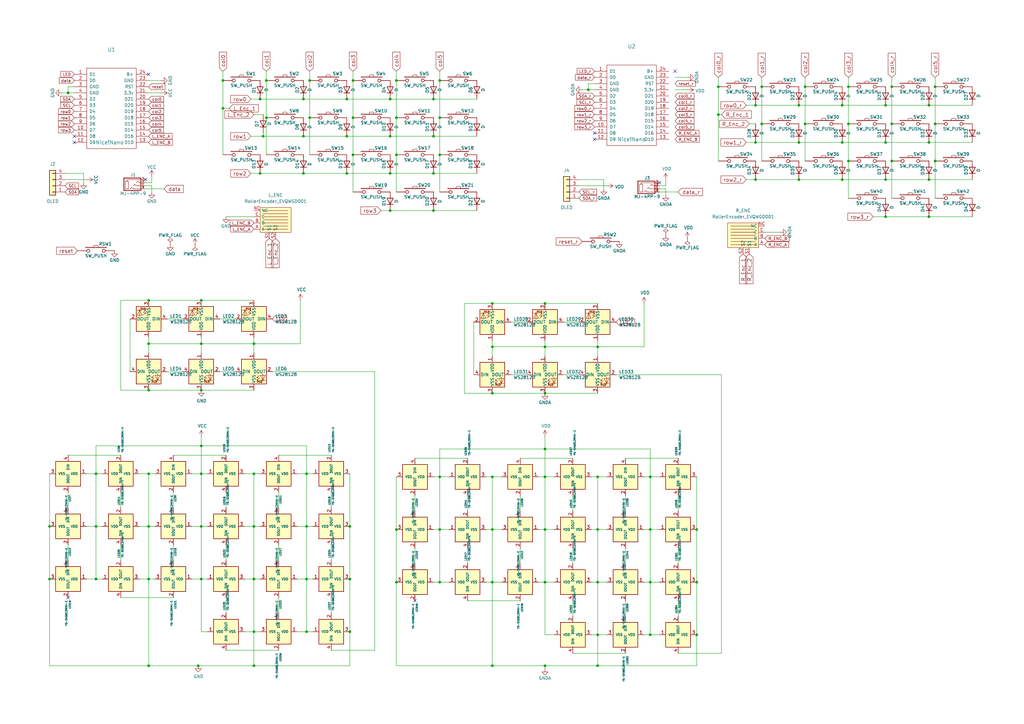
<source format=kicad_sch>
(kicad_sch (version 20230121) (generator eeschema)
  (paper "A3")
  (title_block (title "Corne Cherry") (date "2020-09-28") (rev "3.0.1") (company "foostan"))
  (junction (at 223.52 161.29))
  (junction (at 60.96 215.9))
  (junction (at 383.54 50.8))
  (junction (at 347.98 50.8))
  (junction (at 142.24 40.64))
  (junction (at 39.37 237.49))
  (junction (at 162.56 63.5))
  (junction (at 309.88 58.42))
  (junction (at 125.73 259.08))
  (junction (at 345.44 43.18))
  (junction (at 201.93 161.29))
  (junction (at 142.24 71.12))
  (junction (at 365.76 66.04))
  (junction (at 104.14 215.9))
  (junction (at 144.78 33.02))
  (junction (at 245.11 195.58))
  (junction (at 39.37 194.31))
  (junction (at 125.73 194.31))
  (junction (at 363.22 88.9))
  (junction (at 82.55 123.19))
  (junction (at 127 48.26))
  (junction (at 127 33.02))
  (junction (at 60.96 160.02))
  (junction (at 107.95 55.88))
  (junction (at 124.46 71.12))
  (junction (at 82.55 140.97))
  (junction (at 104.14 237.49))
  (junction (at 39.37 215.9))
  (junction (at 330.2 35.56))
  (junction (at 162.56 217.17))
  (junction (at 82.55 237.49))
  (junction (at 309.88 43.18))
  (junction (at 104.14 273.05))
  (junction (at 381 73.66))
  (junction (at 330.2 50.8))
  (junction (at 143.51 215.9))
  (junction (at 82.55 215.9))
  (junction (at 160.02 40.64))
  (junction (at 162.56 33.02))
  (junction (at 294.64 46.99))
  (junction (at 180.34 63.5))
  (junction (at 266.7 238.76))
  (junction (at 294.64 35.56))
  (junction (at 180.34 48.26))
  (junction (at 285.75 217.17))
  (junction (at 125.73 237.49))
  (junction (at 381 58.42))
  (junction (at 60.96 140.97))
  (junction (at 143.51 237.49))
  (junction (at 266.7 217.17))
  (junction (at 223.52 124.46))
  (junction (at 104.14 194.31))
  (junction (at 144.78 48.26))
  (junction (at 177.8 55.88))
  (junction (at 223.52 142.24))
  (junction (at 245.11 217.17))
  (junction (at 266.7 195.58))
  (junction (at 309.88 73.66))
  (junction (at 82.55 194.31))
  (junction (at 142.24 55.88))
  (junction (at 327.66 73.66))
  (junction (at 201.93 238.76))
  (junction (at 383.54 66.04))
  (junction (at 177.8 71.12))
  (junction (at 245.11 260.35))
  (junction (at 383.54 35.56))
  (junction (at 312.42 35.56))
  (junction (at 245.11 273.05))
  (junction (at 125.73 215.9))
  (junction (at 160.02 55.88))
  (junction (at 104.14 140.97))
  (junction (at 180.34 195.58))
  (junction (at 60.96 194.31))
  (junction (at 180.34 238.76))
  (junction (at 345.44 58.42))
  (junction (at 345.44 73.66))
  (junction (at 162.56 48.26))
  (junction (at 82.55 182.88))
  (junction (at 327.66 43.18))
  (junction (at 104.14 259.08))
  (junction (at 81.28 273.05))
  (junction (at 91.44 44.45))
  (junction (at 347.98 35.56))
  (junction (at 124.46 40.64))
  (junction (at 201.93 273.05))
  (junction (at 82.55 160.02))
  (junction (at 143.51 259.08))
  (junction (at 201.93 195.58))
  (junction (at 177.8 40.64))
  (junction (at 245.11 238.76))
  (junction (at 363.22 58.42))
  (junction (at 60.96 237.49))
  (junction (at 223.52 184.15))
  (junction (at 327.66 58.42))
  (junction (at 381 43.18))
  (junction (at 124.46 55.88))
  (junction (at 223.52 273.05))
  (junction (at 363.22 43.18))
  (junction (at 27.94 38.1))
  (junction (at 162.56 238.76))
  (junction (at 365.76 50.8))
  (junction (at 363.22 73.66))
  (junction (at 285.75 260.35))
  (junction (at 347.98 66.04))
  (junction (at 180.34 217.17))
  (junction (at 312.42 50.8))
  (junction (at 109.22 48.26))
  (junction (at 20.32 237.49))
  (junction (at 266.7 260.35))
  (junction (at 160.02 71.12))
  (junction (at 60.96 273.05))
  (junction (at 106.68 40.64))
  (junction (at 285.75 238.76))
  (junction (at 223.52 238.76))
  (junction (at 201.93 124.46))
  (junction (at 180.34 33.02))
  (junction (at 223.52 195.58))
  (junction (at 201.93 142.24))
  (junction (at 160.02 86.36))
  (junction (at 60.96 123.19))
  (junction (at 381 88.9))
  (junction (at 223.52 217.17))
  (junction (at 91.44 33.02))
  (junction (at 144.78 63.5))
  (junction (at 109.22 33.02))
  (junction (at 106.68 71.12))
  (junction (at 241.3 36.83))
  (junction (at 20.32 215.9))
  (junction (at 177.8 86.36))
  (junction (at 245.11 142.24))
  (junction (at 365.76 35.56))
  (junction (at 201.93 217.17))
  (no_connect (at 27.94 245.11))
  (no_connect (at 243.84 57.15))
  (no_connect (at 30.48 55.88))
  (no_connect (at 243.84 54.61))
  (no_connect (at 270.51 74.93))
  (no_connect (at 59.69 73.66))
  (no_connect (at 30.48 58.42))
  (no_connect (at 276.86 29.21))
  (no_connect (at 170.18 246.38))
  (no_connect (at 60.96 30.48))
  (wire (pts (xy 162.56 195.58) (xy 162.56 217.17)))
  (wire (pts (xy 106.68 259.08) (xy 104.14 259.08)))
  (wire (pts (xy 365.76 50.8) (xy 365.76 66.04)))
  (wire (pts (xy 102.87 40.64) (xy 106.68 40.64)))
  (wire (pts (xy 60.96 237.49) (xy 60.96 273.05)))
  (wire (pts (xy 125.73 215.9) (xy 128.27 215.9)))
  (wire (pts (xy 160.02 86.36) (xy 177.8 86.36)))
  (wire (pts (xy 245.11 260.35) (xy 242.57 260.35)))
  (wire (pts (xy 383.54 31.75) (xy 383.54 35.56)))
  (wire (pts (xy 82.55 215.9) (xy 85.09 215.9)))
  (wire (pts (xy 82.55 237.49) (xy 85.09 237.49)))
  (wire (pts (xy 381 43.18) (xy 398.78 43.18)))
  (wire (pts (xy 142.24 55.88) (xy 160.02 55.88)))
  (wire (pts (xy 170.18 203.2) (xy 170.18 209.55)))
  (wire (pts (xy 162.56 63.5) (xy 162.56 78.74)))
  (wire (pts (xy 82.55 182.88) (xy 39.37 182.88)))
  (wire (pts (xy 60.96 273.05) (xy 20.32 273.05)))
  (wire (pts (xy 92.71 229.87) (xy 92.71 223.52)))
  (wire (pts (xy 223.52 217.17) (xy 223.52 195.58)))
  (wire (pts (xy 264.16 217.17) (xy 266.7 217.17)))
  (wire (pts (xy 278.13 203.2) (xy 278.13 209.55)))
  (wire (pts (xy 201.93 273.05) (xy 223.52 273.05)))
  (wire (pts (xy 177.8 71.12) (xy 195.58 71.12)))
  (wire (pts (xy 68.58 152.4) (xy 74.93 152.4)))
  (wire (pts (xy 100.33 237.49) (xy 104.14 237.49)))
  (wire (pts (xy 104.14 215.9) (xy 106.68 215.9)))
  (wire (pts (xy 294.64 31.75) (xy 294.64 35.56)))
  (wire (pts (xy 294.64 35.56) (xy 294.64 46.99)))
  (wire (pts (xy 245.11 142.24) (xy 264.16 142.24)))
  (wire (pts (xy 223.52 260.35) (xy 227.33 260.35)))
  (wire (pts (xy 223.52 142.24) (xy 245.11 142.24)))
  (wire (pts (xy 245.11 124.46) (xy 223.52 124.46)))
  (wire (pts (xy 107.95 55.88) (xy 124.46 55.88)))
  (wire (pts (xy 237.49 73.66) (xy 247.65 73.66)))
  (wire (pts (xy 114.3 201.93) (xy 114.3 208.28)))
  (wire (pts (xy 60.96 160.02) (xy 82.55 160.02)))
  (wire (pts (xy 49.53 123.19) (xy 49.53 160.02)))
  (wire (pts (xy 109.22 33.02) (xy 109.22 48.26)))
  (wire (pts (xy 213.36 224.79) (xy 213.36 231.14)))
  (wire (pts (xy 60.96 123.19) (xy 49.53 123.19)))
  (wire (pts (xy 223.52 238.76) (xy 227.33 238.76)))
  (wire (pts (xy 223.52 273.05) (xy 223.52 274.32)))
  (wire (pts (xy 358.14 88.9) (xy 363.22 88.9)))
  (wire (pts (xy 62.23 76.2) (xy 62.23 78.74)))
  (wire (pts (xy 306.07 58.42) (xy 309.88 58.42)))
  (wire (pts (xy 223.52 195.58) (xy 223.52 184.15)))
  (wire (pts (xy 330.2 50.8) (xy 330.2 66.04)))
  (wire (pts (xy 347.98 50.8) (xy 347.98 66.04)))
  (wire (pts (xy 245.11 238.76) (xy 245.11 260.35)))
  (wire (pts (xy 285.75 217.17) (xy 285.75 238.76)))
  (wire (pts (xy 245.11 238.76) (xy 248.92 238.76)))
  (wire (pts (xy 247.65 73.66) (xy 247.65 77.47)))
  (wire (pts (xy 365.76 31.75) (xy 365.76 35.56)))
  (wire (pts (xy 245.11 139.7) (xy 245.11 142.24)))
  (wire (pts (xy 60.96 38.1) (xy 66.04 38.1)))
  (wire (pts (xy 39.37 215.9) (xy 39.37 194.31)))
  (wire (pts (xy 20.32 194.31) (xy 20.32 215.9)))
  (wire (pts (xy 39.37 194.31) (xy 39.37 182.88)))
  (wire (pts (xy 104.14 259.08) (xy 100.33 259.08)))
  (wire (pts (xy 49.53 160.02) (xy 60.96 160.02)))
  (wire (pts (xy 238.76 36.83) (xy 241.3 36.83)))
  (wire (pts (xy 135.89 245.11) (xy 135.89 251.46)))
  (wire (pts (xy 177.8 217.17) (xy 180.34 217.17)))
  (wire (pts (xy 104.14 140.97) (xy 123.19 140.97)))
  (wire (pts (xy 125.73 194.31) (xy 125.73 215.9)))
  (wire (pts (xy 82.55 237.49) (xy 82.55 215.9)))
  (wire (pts (xy 162.56 29.21) (xy 162.56 33.02)))
  (wire (pts (xy 27.94 201.93) (xy 27.94 208.28)))
  (wire (pts (xy 347.98 31.75) (xy 347.98 35.56)))
  (wire (pts (xy 234.95 252.73) (xy 234.95 246.38)))
  (wire (pts (xy 144.78 48.26) (xy 144.78 63.5)))
  (wire (pts (xy 241.3 34.29) (xy 241.3 36.83)))
  (wire (pts (xy 160.02 71.12) (xy 177.8 71.12)))
  (wire (pts (xy 234.95 209.55) (xy 234.95 203.2)))
  (wire (pts (xy 60.96 140.97) (xy 60.96 144.78)))
  (wire (pts (xy 60.96 215.9) (xy 63.5 215.9)))
  (wire (pts (xy 60.96 194.31) (xy 60.96 215.9)))
  (wire (pts (xy 363.22 73.66) (xy 381 73.66)))
  (wire (pts (xy 104.14 237.49) (xy 104.14 259.08)))
  (wire (pts (xy 209.55 153.67) (xy 215.9 153.67)))
  (wire (pts (xy 125.73 237.49) (xy 128.27 237.49)))
  (wire (pts (xy 71.12 223.52) (xy 71.12 229.87)))
  (wire (pts (xy 327.66 73.66) (xy 345.44 73.66)))
  (wire (pts (xy 57.15 215.9) (xy 60.96 215.9)))
  (wire (pts (xy 381 58.42) (xy 398.78 58.42)))
  (wire (pts (xy 82.55 123.19) (xy 60.96 123.19)))
  (wire (pts (xy 59.69 74.93) (xy 62.23 74.93)))
  (wire (pts (xy 306.07 73.66) (xy 309.88 73.66)))
  (wire (pts (xy 191.77 231.14) (xy 191.77 224.79)))
  (wire (pts (xy 26.67 73.66) (xy 35.56 73.66)))
  (wire (pts (xy 59.69 76.2) (xy 62.23 76.2)))
  (wire (pts (xy 82.55 179.07) (xy 82.55 182.88)))
  (wire (pts (xy 256.54 267.97) (xy 234.95 267.97)))
  (wire (pts (xy 121.92 215.9) (xy 125.73 215.9)))
  (wire (pts (xy 125.73 182.88) (xy 125.73 194.31)))
  (wire (pts (xy 184.15 238.76) (xy 180.34 238.76)))
  (wire (pts (xy 177.8 195.58) (xy 180.34 195.58)))
  (wire (pts (xy 121.92 237.49) (xy 125.73 237.49)))
  (wire (pts (xy 104.14 140.97) (xy 104.14 144.78)))
  (wire (pts (xy 285.75 238.76) (xy 285.75 260.35)))
  (wire (pts (xy 177.8 40.64) (xy 195.58 40.64)))
  (wire (pts (xy 242.57 238.76) (xy 245.11 238.76)))
  (wire (pts (xy 273.05 76.2) (xy 273.05 73.66)))
  (wire (pts (xy 381 88.9) (xy 398.78 88.9)))
  (wire (pts (xy 191.77 209.55) (xy 191.77 203.2)))
  (wire (pts (xy 30.48 35.56) (xy 27.94 35.56)))
  (wire (pts (xy 180.34 63.5) (xy 180.34 78.74)))
  (wire (pts (xy 74.93 130.81) (xy 68.58 130.81)))
  (wire (pts (xy 162.56 48.26) (xy 162.56 63.5)))
  (wire (pts (xy 125.73 194.31) (xy 121.92 194.31)))
  (wire (pts (xy 190.5 161.29) (xy 201.93 161.29)))
  (wire (pts (xy 104.14 237.49) (xy 106.68 237.49)))
  (wire (pts (xy 27.94 223.52) (xy 27.94 229.87)))
  (wire (pts (xy 180.34 217.17) (xy 184.15 217.17)))
  (wire (pts (xy 82.55 160.02) (xy 104.14 160.02)))
  (wire (pts (xy 243.84 34.29) (xy 241.3 34.29)))
  (wire (pts (xy 237.49 132.08) (xy 231.14 132.08)))
  (wire (pts (xy 190.5 124.46) (xy 190.5 161.29)))
  (wire (pts (xy 20.32 215.9) (xy 20.32 237.49)))
  (wire (pts (xy 160.02 40.64) (xy 177.8 40.64)))
  (wire (pts (xy 276.86 31.75) (xy 281.94 31.75)))
  (wire (pts (xy 114.3 245.11) (xy 114.3 251.46)))
  (wire (pts (xy 60.96 215.9) (xy 60.96 237.49)))
  (wire (pts (xy 127 29.21) (xy 127 33.02)))
  (wire (pts (xy 144.78 33.02) (xy 144.78 48.26)))
  (wire (pts (xy 264.16 238.76) (xy 266.7 238.76)))
  (wire (pts (xy 201.93 142.24) (xy 201.93 146.05)))
  (wire (pts (xy 92.71 208.28) (xy 92.71 201.93)))
  (wire (pts (xy 180.34 195.58) (xy 184.15 195.58)))
  (wire (pts (xy 35.56 237.49) (xy 39.37 237.49)))
  (wire (pts (xy 92.71 186.69) (xy 71.12 186.69)))
  (wire (pts (xy 256.54 224.79) (xy 256.54 231.14)))
  (wire (pts (xy 124.46 40.64) (xy 142.24 40.64)))
  (wire (pts (xy 60.96 140.97) (xy 82.55 140.97)))
  (wire (pts (xy 201.93 142.24) (xy 223.52 142.24)))
  (wire (pts (xy 102.87 71.12) (xy 106.68 71.12)))
  (wire (pts (xy 170.18 224.79) (xy 170.18 231.14)))
  (wire (pts (xy 245.11 142.24) (xy 245.11 146.05)))
  (wire (pts (xy 223.52 195.58) (xy 227.33 195.58)))
  (wire (pts (xy 248.92 195.58) (xy 245.11 195.58)))
  (wire (pts (xy 264.16 142.24) (xy 264.16 124.46)))
  (wire (pts (xy 266.7 184.15) (xy 266.7 195.58)))
  (wire (pts (xy 191.77 187.96) (xy 170.18 187.96)))
  (wire (pts (xy 278.13 187.96) (xy 256.54 187.96)))
  (wire (pts (xy 347.98 35.56) (xy 347.98 50.8)))
  (wire (pts (xy 162.56 217.17) (xy 162.56 238.76)))
  (wire (pts (xy 124.46 71.12) (xy 142.24 71.12)))
  (wire (pts (xy 180.34 217.17) (xy 180.34 195.58)))
  (wire (pts (xy 220.98 238.76) (xy 223.52 238.76)))
  (wire (pts (xy 177.8 55.88) (xy 195.58 55.88)))
  (wire (pts (xy 109.22 48.26) (xy 109.22 63.5)))
  (wire (pts (xy 59.69 77.47) (xy 67.31 77.47)))
  (wire (pts (xy 295.91 267.97) (xy 278.13 267.97)))
  (wire (pts (xy 125.73 237.49) (xy 125.73 215.9)))
  (wire (pts (xy 135.89 201.93) (xy 135.89 208.28)))
  (wire (pts (xy 39.37 215.9) (xy 41.91 215.9)))
  (wire (pts (xy 60.96 273.05) (xy 81.28 273.05)))
  (wire (pts (xy 242.57 195.58) (xy 245.11 195.58)))
  (wire (pts (xy 266.7 260.35) (xy 266.7 238.76)))
  (wire (pts (xy 201.93 238.76) (xy 201.93 273.05)))
  (wire (pts (xy 234.95 187.96) (xy 213.36 187.96)))
  (wire (pts (xy 231.14 153.67) (xy 237.49 153.67)))
  (wire (pts (xy 223.52 273.05) (xy 245.11 273.05)))
  (wire (pts (xy 223.52 184.15) (xy 180.34 184.15)))
  (wire (pts (xy 92.71 251.46) (xy 92.71 245.11)))
  (wire (pts (xy 252.73 153.67) (xy 295.91 153.67)))
  (wire (pts (xy 160.02 55.88) (xy 177.8 55.88)))
  (wire (pts (xy 241.3 36.83) (xy 243.84 36.83)))
  (wire (pts (xy 91.44 33.02) (xy 91.44 44.45)))
  (wire (pts (xy 363.22 88.9) (xy 381 88.9)))
  (wire (pts (xy 365.76 35.56) (xy 365.76 50.8)))
  (wire (pts (xy 144.78 63.5) (xy 144.78 78.74)))
  (wire (pts (xy 34.29 74.93) (xy 34.29 71.12)))
  (wire (pts (xy 180.34 29.21) (xy 180.34 33.02)))
  (wire (pts (xy 180.34 238.76) (xy 180.34 217.17)))
  (wire (pts (xy 234.95 231.14) (xy 234.95 224.79)))
  (wire (pts (xy 180.34 48.26) (xy 180.34 63.5)))
  (wire (pts (xy 114.3 223.52) (xy 114.3 229.87)))
  (wire (pts (xy 153.67 266.7) (xy 135.89 266.7)))
  (wire (pts (xy 27.94 38.1) (xy 30.48 38.1)))
  (wire (pts (xy 223.52 142.24) (xy 223.52 146.05)))
  (wire (pts (xy 345.44 58.42) (xy 363.22 58.42)))
  (wire (pts (xy 92.71 88.9) (xy 104.14 88.9)))
  (wire (pts (xy 35.56 215.9) (xy 39.37 215.9)))
  (wire (pts (xy 237.49 76.2) (xy 248.92 76.2)))
  (wire (pts (xy 100.33 194.31) (xy 104.14 194.31)))
  (wire (pts (xy 256.54 203.2) (xy 256.54 209.55)))
  (wire (pts (xy 107.95 54.61) (xy 107.95 55.88)))
  (wire (pts (xy 125.73 259.08) (xy 125.73 237.49)))
  (wire (pts (xy 49.53 229.87) (xy 49.53 223.52)))
  (wire (pts (xy 266.7 195.58) (xy 266.7 217.17)))
  (wire (pts (xy 266.7 184.15) (xy 223.52 184.15)))
  (wire (pts (xy 91.44 29.21) (xy 91.44 33.02)))
  (wire (pts (xy 143.51 215.9) (xy 143.51 237.49)))
  (wire (pts (xy 104.14 215.9) (xy 104.14 237.49)))
  (wire (pts (xy 144.78 29.21) (xy 144.78 33.02)))
  (wire (pts (xy 312.42 31.75) (xy 312.42 35.56)))
  (wire (pts (xy 106.68 194.31) (xy 104.14 194.31)))
  (wire (pts (xy 49.53 208.28) (xy 49.53 201.93)))
  (wire (pts (xy 143.51 259.08) (xy 143.51 273.05)))
  (wire (pts (xy 270.51 260.35) (xy 266.7 260.35)))
  (wire (pts (xy 213.36 209.55) (xy 213.36 203.2)))
  (wire (pts (xy 266.7 260.35) (xy 264.16 260.35)))
  (wire (pts (xy 278.13 246.38) (xy 278.13 252.73)))
  (wire (pts (xy 114.3 266.7) (xy 92.71 266.7)))
  (wire (pts (xy 124.46 55.88) (xy 142.24 55.88)))
  (wire (pts (xy 363.22 43.18) (xy 381 43.18)))
  (wire (pts (xy 123.19 140.97) (xy 123.19 123.19)))
  (wire (pts (xy 201.93 217.17) (xy 201.93 238.76)))
  (wire (pts (xy 345.44 43.18) (xy 363.22 43.18)))
  (wire (pts (xy 266.7 217.17) (xy 270.51 217.17)))
  (wire (pts (xy 383.54 35.56) (xy 383.54 50.8)))
  (wire (pts (xy 78.74 237.49) (xy 82.55 237.49)))
  (wire (pts (xy 49.53 186.69) (xy 27.94 186.69)))
  (wire (pts (xy 35.56 194.31) (xy 39.37 194.31)))
  (wire (pts (xy 330.2 31.75) (xy 330.2 35.56)))
  (wire (pts (xy 100.33 215.9) (xy 104.14 215.9)))
  (wire (pts (xy 57.15 194.31) (xy 60.96 194.31)))
  (wire (pts (xy 20.32 237.49) (xy 20.32 273.05)))
  (wire (pts (xy 102.87 55.88) (xy 107.95 55.88)))
  (wire (pts (xy 90.17 152.4) (xy 96.52 152.4)))
  (wire (pts (xy 266.7 238.76) (xy 270.51 238.76)))
  (wire (pts (xy 82.55 194.31) (xy 85.09 194.31)))
  (wire (pts (xy 162.56 238.76) (xy 162.56 273.05)))
  (wire (pts (xy 93.98 44.45) (xy 91.44 44.45)))
  (wire (pts (xy 383.54 66.04) (xy 383.54 81.28)))
  (wire (pts (xy 309.88 58.42) (xy 327.66 58.42)))
  (wire (pts (xy 223.52 238.76) (xy 223.52 217.17)))
  (wire (pts (xy 327.66 43.18) (xy 345.44 43.18)))
  (wire (pts (xy 127 48.26) (xy 127 63.5)))
  (wire (pts (xy 312.42 35.56) (xy 312.42 50.8)))
  (wire (pts (xy 60.96 237.49) (xy 63.5 237.49)))
  (wire (pts (xy 365.76 66.04) (xy 365.76 81.28)))
  (wire (pts (xy 60.96 33.02) (xy 66.04 33.02)))
  (wire (pts (xy 71.12 245.11) (xy 49.53 245.11)))
  (wire (pts (xy 327.66 58.42) (xy 345.44 58.42)))
  (wire (pts (xy 104.14 123.19) (xy 82.55 123.19)))
  (wire (pts (xy 347.98 66.04) (xy 347.98 81.28)))
  (wire (pts (xy 177.8 238.76) (xy 180.34 238.76)))
  (wire (pts (xy 78.74 215.9) (xy 82.55 215.9)))
  (wire (pts (xy 201.93 195.58) (xy 201.93 217.17)))
  (wire (pts (xy 330.2 35.56) (xy 330.2 50.8)))
  (wire (pts (xy 245.11 195.58) (xy 245.11 217.17)))
  (wire (pts (xy 285.75 273.05) (xy 245.11 273.05)))
  (wire (pts (xy 223.52 124.46) (xy 201.93 124.46)))
  (wire (pts (xy 223.52 161.29) (xy 245.11 161.29)))
  (wire (pts (xy 295.91 46.99) (xy 294.64 46.99)))
  (wire (pts (xy 39.37 194.31) (xy 41.91 194.31)))
  (wire (pts (xy 223.52 217.17) (xy 227.33 217.17)))
  (wire (pts (xy 135.89 223.52) (xy 135.89 229.87)))
  (wire (pts (xy 78.74 194.31) (xy 82.55 194.31)))
  (wire (pts (xy 27.94 35.56) (xy 27.94 38.1)))
  (wire (pts (xy 180.34 195.58) (xy 180.34 184.15)))
  (wire (pts (xy 345.44 73.66) (xy 363.22 73.66)))
  (wire (pts (xy 135.89 186.69) (xy 114.3 186.69)))
  (wire (pts (xy 127 33.02) (xy 127 48.26)))
  (wire (pts (xy 82.55 140.97) (xy 104.14 140.97)))
  (wire (pts (xy 201.93 139.7) (xy 201.93 142.24)))
  (wire (pts (xy 245.11 217.17) (xy 245.11 238.76)))
  (wire (pts (xy 142.24 71.12) (xy 160.02 71.12)))
  (wire (pts (xy 96.52 130.81) (xy 90.17 130.81)))
  (wire (pts (xy 213.36 246.38) (xy 191.77 246.38)))
  (wire (pts (xy 63.5 194.31) (xy 60.96 194.31)))
  (wire (pts (xy 62.23 74.93) (xy 62.23 72.39)))
  (wire (pts (xy 248.92 260.35) (xy 245.11 260.35)))
  (wire (pts (xy 180.34 33.02) (xy 180.34 48.26)))
  (wire (pts (xy 266.7 195.58) (xy 264.16 195.58)))
  (wire (pts (xy 143.51 237.49) (xy 143.51 259.08)))
  (wire (pts (xy 81.28 273.05) (xy 104.14 273.05)))
  (wire (pts (xy 82.55 259.08) (xy 85.09 259.08)))
  (wire (pts (xy 223.52 179.07) (xy 223.52 184.15)))
  (wire (pts (xy 270.51 77.47) (xy 273.05 77.47)))
  (wire (pts (xy 320.04 95.25) (xy 313.69 95.25)))
  (wire (pts (xy 381 73.66) (xy 398.78 73.66)))
  (wire (pts (xy 285.75 195.58) (xy 285.75 217.17)))
  (wire (pts (xy 104.14 138.43) (xy 104.14 140.97)))
  (wire (pts (xy 41.91 237.49) (xy 39.37 237.49)))
  (wire (pts (xy 205.74 195.58) (xy 201.93 195.58)))
  (wire (pts (xy 220.98 217.17) (xy 223.52 217.17)))
  (wire (pts (xy 128.27 259.08) (xy 125.73 259.08)))
  (wire (pts (xy 285.75 260.35) (xy 285.75 273.05)))
  (wire (pts (xy 60.96 138.43) (xy 60.96 140.97)))
  (wire (pts (xy 156.21 86.36) (xy 160.02 86.36)))
  (wire (pts (xy 25.4 38.1) (xy 27.94 38.1)))
  (wire (pts (xy 363.22 58.42) (xy 381 58.42)))
  (wire (pts (xy 245.11 217.17) (xy 248.92 217.17)))
  (wire (pts (xy 71.12 208.28) (xy 71.12 201.93)))
  (wire (pts (xy 53.34 130.81) (xy 53.34 152.4)))
  (wire (pts (xy 307.34 50.8) (xy 309.88 50.8)))
  (wire (pts (xy 82.55 237.49) (xy 82.55 259.08)))
  (wire (pts (xy 153.67 152.4) (xy 153.67 266.7)))
  (wire (pts (xy 177.8 86.36) (xy 195.58 86.36)))
  (wire (pts (xy 215.9 132.08) (xy 209.55 132.08)))
  (wire (pts (xy 223.52 139.7) (xy 223.52 142.24)))
  (wire (pts (xy 128.27 194.31) (xy 125.73 194.31)))
  (wire (pts (xy 143.51 273.05) (xy 104.14 273.05)))
  (wire (pts (xy 82.55 140.97) (xy 82.55 144.78)))
  (wire (pts (xy 201.93 273.05) (xy 162.56 273.05)))
  (wire (pts (xy 125.73 259.08) (xy 121.92 259.08)))
  (wire (pts (xy 34.29 71.12) (xy 26.67 71.12)))
  (wire (pts (xy 295.91 153.67) (xy 295.91 267.97)))
  (wire (pts (xy 266.7 238.76) (xy 266.7 217.17)))
  (wire (pts (xy 270.51 78.74) (xy 278.13 78.74)))
  (wire (pts (xy 270.51 76.2) (xy 273.05 76.2)))
  (wire (pts (xy 111.76 152.4) (xy 153.67 152.4)))
  (wire (pts (xy 194.31 132.08) (xy 194.31 153.67)))
  (wire (pts (xy 201.93 238.76) (xy 205.74 238.76)))
  (wire (pts (xy 223.52 238.76) (xy 223.52 260.35)))
  (wire (pts (xy 312.42 50.8) (xy 312.42 66.04)))
  (wire (pts (xy 104.14 194.31) (xy 104.14 215.9)))
  (wire (pts (xy 57.15 237.49) (xy 60.96 237.49)))
  (wire (pts (xy 125.73 182.88) (xy 82.55 182.88)))
  (wire (pts (xy 273.05 77.47) (xy 273.05 80.01)))
  (wire (pts (xy 276.86 36.83) (xy 281.94 36.83)))
  (wire (pts (xy 106.68 71.12) (xy 124.46 71.12)))
  (wire (pts (xy 245.11 260.35) (xy 245.11 273.05)))
  (wire (pts (xy 242.57 217.17) (xy 245.11 217.17)))
  (wire (pts (xy 309.88 73.66) (xy 327.66 73.66)))
  (wire (pts (xy 109.22 29.21) (xy 109.22 33.02)))
  (wire (pts (xy 104.14 259.08) (xy 104.14 273.05)))
  (wire (pts (xy 220.98 195.58) (xy 223.52 195.58)))
  (wire (pts (xy 82.55 194.31) (xy 82.55 182.88)))
  (wire (pts (xy 162.56 33.02) (xy 162.56 48.26)))
  (wire (pts (xy 199.39 217.17) (xy 201.93 217.17)))
  (wire (pts (xy 199.39 238.76) (xy 201.93 238.76)))
  (wire (pts (xy 82.55 215.9) (xy 82.55 194.31)))
  (wire (pts (xy 142.24 40.64) (xy 160.02 40.64)))
  (wire (pts (xy 107.95 46.99) (xy 104.14 46.99)))
  (wire (pts (xy 39.37 237.49) (xy 39.37 215.9)))
  (wire (pts (xy 270.51 195.58) (xy 266.7 195.58)))
  (wire (pts (xy 82.55 138.43) (xy 82.55 140.97)))
  (wire (pts (xy 201.93 161.29) (xy 223.52 161.29)))
  (wire (pts (xy 91.44 44.45) (xy 91.44 63.5)))
  (wire (pts (xy 256.54 246.38) (xy 256.54 252.73)))
  (wire (pts (xy 201.93 217.17) (xy 205.74 217.17)))
  (wire (pts (xy 278.13 224.79) (xy 278.13 231.14)))
  (wire (pts (xy 106.68 40.64) (xy 124.46 40.64)))
  (wire (pts (xy 201.93 124.46) (xy 190.5 124.46)))
  (wire (pts (xy 383.54 50.8) (xy 383.54 66.04)))
  (wire (pts (xy 294.64 46.99) (xy 294.64 66.04)))
  (wire (pts (xy 199.39 195.58) (xy 201.93 195.58)))
  (wire (pts (xy 143.51 194.31) (xy 143.51 215.9)))
  (wire (pts (xy 306.07 43.18) (xy 309.88 43.18)))
  (wire (pts (xy 309.88 43.18) (xy 327.66 43.18)))
  (global_label "LED" (shape input) (at 30.48 30.48 180) (effects (font (size 1.1938 1.1938))) (property "Intersheetrefs" "${INTERSHEET_REFS}" (effects hide)))
  (global_label "row1" (shape input) (at 102.87 55.88 180) (effects (font (size 1.524 1.524))) (property "Intersheetrefs" "${INTERSHEET_REFS}" (effects hide)))
  (global_label "SCL" (shape input) (at 26.67 76.2 0) (effects (font (size 1.1938 1.1938))) (property "Intersheetrefs" "${INTERSHEET_REFS}" (effects hide)))
  (global_label "reset" (shape input) (at 60.96 35.56 0) (effects (font (size 1.1938 1.1938))) (property "Intersheetrefs" "${INTERSHEET_REFS}" (effects hide)))
  (global_label "R_Enc_2" (shape input) (at 307.34 50.8 180) (effects (font (size 1.524 1.524))) (property "Intersheetrefs" "${INTERSHEET_REFS}" (effects hide)))
  (global_label "L_ENC_B" (shape input) (at 60.96 58.42 0) (effects (font (size 1.1938 1.1938))) (property "Intersheetrefs" "${INTERSHEET_REFS}" (effects hide)))
  (global_label "col1_r" (shape input) (at 276.86 41.91 0) (effects (font (size 1.1938 1.1938))) (property "Intersheetrefs" "${INTERSHEET_REFS}" (effects hide)))
  (global_label "row0_r" (shape input) (at 243.84 44.45 180) (effects (font (size 1.1938 1.1938))) (property "Intersheetrefs" "${INTERSHEET_REFS}" (effects hide)))
  (global_label "LED_r" (shape input) (at 252.73 132.08 0) (property "Intersheetrefs" "${INTERSHEET_REFS}" (effects hide)))
  (global_label "col4" (shape input) (at 162.56 29.21 90) (effects (font (size 1.524 1.524))) (property "Intersheetrefs" "${INTERSHEET_REFS}" (effects hide)))
  (global_label "col5_r" (shape input) (at 383.54 31.75 90) (effects (font (size 1.524 1.524))) (property "Intersheetrefs" "${INTERSHEET_REFS}" (effects hide)))
  (global_label "col0_r" (shape input) (at 276.86 39.37 0) (effects (font (size 1.1938 1.1938))) (property "Intersheetrefs" "${INTERSHEET_REFS}" (effects hide)))
  (global_label "R_Enc_1" (shape input) (at 304.8 104.14 270) (effects (font (size 1.524 1.524))) (property "Intersheetrefs" "${INTERSHEET_REFS}" (effects hide)))
  (global_label "SDA_r" (shape input) (at 243.84 39.37 180) (effects (font (size 1.1938 1.1938))) (property "Intersheetrefs" "${INTERSHEET_REFS}" (effects hide)))
  (global_label "col3" (shape input) (at 144.78 29.21 90) (effects (font (size 1.524 1.524))) (property "Intersheetrefs" "${INTERSHEET_REFS}" (effects hide)))
  (global_label "reset" (shape input) (at 31.75 102.87 180) (effects (font (size 1.524 1.524))) (property "Intersheetrefs" "${INTERSHEET_REFS}" (effects hide)))
  (global_label "reset_r" (shape input) (at 276.86 34.29 0) (effects (font (size 1.1938 1.1938))) (property "Intersheetrefs" "${INTERSHEET_REFS}" (effects hide)))
  (global_label "row3_r" (shape input) (at 358.14 88.9 180) (effects (font (size 1.524 1.524))) (property "Intersheetrefs" "${INTERSHEET_REFS}" (effects hide)))
  (global_label "L_ENC_A" (shape input) (at 60.96 55.88 0) (effects (font (size 1.1938 1.1938))) (property "Intersheetrefs" "${INTERSHEET_REFS}" (effects hide)))
  (global_label "col5" (shape input) (at 60.96 53.34 0) (effects (font (size 1.1938 1.1938))) (property "Intersheetrefs" "${INTERSHEET_REFS}" (effects hide)))
  (global_label "col5_r" (shape input) (at 276.86 52.07 0) (effects (font (size 1.1938 1.1938))) (property "Intersheetrefs" "${INTERSHEET_REFS}" (effects hide)))
  (global_label "row2_r" (shape input) (at 306.07 73.66 180) (effects (font (size 1.524 1.524))) (property "Intersheetrefs" "${INTERSHEET_REFS}" (effects hide)))
  (global_label "data" (shape input) (at 30.48 33.02 180) (effects (font (size 1.1938 1.1938))) (property "Intersheetrefs" "${INTERSHEET_REFS}" (effects hide)))
  (global_label "SDA" (shape input) (at 30.48 40.64 180) (effects (font (size 1.1938 1.1938))) (property "Intersheetrefs" "${INTERSHEET_REFS}" (effects hide)))
  (global_label "R_Enc_1" (shape input) (at 295.91 46.99 0) (effects (font (size 1.524 1.524))) (property "Intersheetrefs" "${INTERSHEET_REFS}" (effects hide)))
  (global_label "L_ENC_A" (shape input) (at 104.14 93.98 180) (effects (font (size 1.1938 1.1938))) (property "Intersheetrefs" "${INTERSHEET_REFS}" (effects hide)))
  (global_label "SDA" (shape input) (at 26.67 78.74 0) (effects (font (size 1.1938 1.1938))) (property "Intersheetrefs" "${INTERSHEET_REFS}" (effects hide)))
  (global_label "row2_r" (shape input) (at 243.84 49.53 180) (effects (font (size 1.1938 1.1938))) (property "Intersheetrefs" "${INTERSHEET_REFS}" (effects hide)))
  (global_label "row2" (shape input) (at 30.48 50.8 180) (effects (font (size 1.1938 1.1938))) (property "Intersheetrefs" "${INTERSHEET_REFS}" (effects hide)))
  (global_label "col2_r" (shape input) (at 276.86 44.45 0) (effects (font (size 1.1938 1.1938))) (property "Intersheetrefs" "${INTERSHEET_REFS}" (effects hide)))
  (global_label "col4_r" (shape input) (at 365.76 31.75 90) (effects (font (size 1.524 1.524))) (property "Intersheetrefs" "${INTERSHEET_REFS}" (effects hide)))
  (global_label "row1_r" (shape input) (at 306.07 58.42 180) (effects (font (size 1.524 1.524))) (property "Intersheetrefs" "${INTERSHEET_REFS}" (effects hide)))
  (global_label "col2_r" (shape input) (at 330.2 31.75 90) (effects (font (size 1.524 1.524))) (property "Intersheetrefs" "${INTERSHEET_REFS}" (effects hide)))
  (global_label "col1_r" (shape input) (at 312.42 31.75 90) (effects (font (size 1.524 1.524))) (property "Intersheetrefs" "${INTERSHEET_REFS}" (effects hide)))
  (global_label "row3" (shape input) (at 30.48 53.34 180) (effects (font (size 1.1938 1.1938))) (property "Intersheetrefs" "${INTERSHEET_REFS}" (effects hide)))
  (global_label "col0" (shape input) (at 60.96 40.64 0) (effects (font (size 1.1938 1.1938))) (property "Intersheetrefs" "${INTERSHEET_REFS}" (effects hide)))
  (global_label "L_Enc_1" (shape input) (at 93.98 44.45 0) (effects (font (size 1.524 1.524))) (property "Intersheetrefs" "${INTERSHEET_REFS}" (effects hide)))
  (global_label "L_Enc_2" (shape input) (at 113.03 97.79 270) (effects (font (size 1.524 1.524))) (property "Intersheetrefs" "${INTERSHEET_REFS}" (effects hide)))
  (global_label "data_r" (shape input) (at 278.13 78.74 0) (effects (font (size 1.524 1.524))) (property "Intersheetrefs" "${INTERSHEET_REFS}" (effects hide)))
  (global_label "data" (shape input) (at 67.31 77.47 0) (effects (font (size 1.524 1.524))) (property "Intersheetrefs" "${INTERSHEET_REFS}" (effects hide)))
  (global_label "col4_r" (shape input) (at 276.86 49.53 0) (effects (font (size 1.1938 1.1938))) (property "Intersheetrefs" "${INTERSHEET_REFS}" (effects hide)))
  (global_label "row0" (shape input) (at 102.87 40.64 180) (effects (font (size 1.524 1.524))) (property "Intersheetrefs" "${INTERSHEET_REFS}" (effects hide)))
  (global_label "row3_r" (shape input) (at 243.84 52.07 180) (effects (font (size 1.1938 1.1938))) (property "Intersheetrefs" "${INTERSHEET_REFS}" (effects hide)))
  (global_label "row0_r" (shape input) (at 306.07 43.18 180) (effects (font (size 1.524 1.524))) (property "Intersheetrefs" "${INTERSHEET_REFS}" (effects hide)))
  (global_label "SCL_r" (shape input) (at 237.49 78.74 0) (effects (font (size 1.1938 1.1938))) (property "Intersheetrefs" "${INTERSHEET_REFS}" (effects hide)))
  (global_label "R_ENC_B" (shape input) (at 276.86 57.15 0) (effects (font (size 1.1938 1.1938))) (property "Intersheetrefs" "${INTERSHEET_REFS}" (effects hide)))
  (global_label "col3_r" (shape input) (at 347.98 31.75 90) (effects (font (size 1.524 1.524))) (property "Intersheetrefs" "${INTERSHEET_REFS}" (effects hide)))
  (global_label "SCL" (shape input) (at 30.48 43.18 180) (effects (font (size 1.1938 1.1938))) (property "Intersheetrefs" "${INTERSHEET_REFS}" (effects hide)))
  (global_label "row2" (shape input) (at 102.87 71.12 180) (effects (font (size 1.524 1.524))) (property "Intersheetrefs" "${INTERSHEET_REFS}" (effects hide)))
  (global_label "row1_r" (shape input) (at 243.84 46.99 180) (effects (font (size 1.1938 1.1938))) (property "Intersheetrefs" "${INTERSHEET_REFS}" (effects hide)))
  (global_label "L_Enc_1" (shape input) (at 110.49 97.79 270) (effects (font (size 1.524 1.524))) (property "Intersheetrefs" "${INTERSHEET_REFS}" (effects hide)))
  (global_label "LED" (shape input) (at 111.76 130.81 0) (property "Intersheetrefs" "${INTERSHEET_REFS}" (effects hide)))
  (global_label "col1" (shape input) (at 60.96 43.18 0) (effects (font (size 1.1938 1.1938))) (property "Intersheetrefs" "${INTERSHEET_REFS}" (effects hide)))
  (global_label "R_Enc_2" (shape input) (at 307.34 104.14 270) (effects (font (size 1.524 1.524))) (property "Intersheetrefs" "${INTERSHEET_REFS}" (effects hide)))
  (global_label "col1" (shape input) (at 109.22 29.21 90) (effects (font (size 1.524 1.524))) (property "Intersheetrefs" "${INTERSHEET_REFS}" (effects hide)))
  (global_label "row1" (shape input) (at 30.48 48.26 180) (effects (font (size 1.1938 1.1938))) (property "Intersheetrefs" "${INTERSHEET_REFS}" (effects hide)))
  (global_label "SDA_r" (shape input) (at 237.49 81.28 0) (effects (font (size 1.1938 1.1938))) (property "Intersheetrefs" "${INTERSHEET_REFS}" (effects hide)))
  (global_label "col4" (shape input) (at 60.96 50.8 0) (effects (font (size 1.1938 1.1938))) (property "Intersheetrefs" "${INTERSHEET_REFS}" (effects hide)))
  (global_label "col2" (shape input) (at 127 29.21 90) (effects (font (size 1.524 1.524))) (property "Intersheetrefs" "${INTERSHEET_REFS}" (effects hide)))
  (global_label "col0" (shape input) (at 91.44 29.21 90) (effects (font (size 1.524 1.524))) (property "Intersheetrefs" "${INTERSHEET_REFS}" (effects hide)))
  (global_label "R_ENC_A" (shape input) (at 276.86 54.61 0) (effects (font (size 1.1938 1.1938))) (property "Intersheetrefs" "${INTERSHEET_REFS}" (effects hide)))
  (global_label "col5" (shape input) (at 180.34 29.21 90) (effects (font (size 1.524 1.524))) (property "Intersheetrefs" "${INTERSHEET_REFS}" (effects hide)))
  (global_label "R_ENC_B" (shape input) (at 313.69 97.79 0) (effects (font (size 1.1938 1.1938))) (property "Intersheetrefs" "${INTERSHEET_REFS}" (effects hide)))
  (global_label "SCL_r" (shape input) (at 243.84 41.91 180) (effects (font (size 1.1938 1.1938))) (property "Intersheetrefs" "${INTERSHEET_REFS}" (effects hide)))
  (global_label "row0" (shape input) (at 30.48 45.72 180) (effects (font (size 1.1938 1.1938))) (property "Intersheetrefs" "${INTERSHEET_REFS}" (effects hide)))
  (global_label "col3_r" (shape input) (at 276.86 46.99 0) (effects (font (size 1.1938 1.1938))) (property "Intersheetrefs" "${INTERSHEET_REFS}" (effects hide)))
  (global_label "data_r" (shape input) (at 243.84 31.75 180) (effects (font (size 1.1938 1.1938))) (property "Intersheetrefs" "${INTERSHEET_REFS}" (effects hide)))
  (global_label "L_ENC_B" (shape input) (at 104.14 91.44 180) (effects (font (size 1.1938 1.1938))) (property "Intersheetrefs" "${INTERSHEET_REFS}" (effects hide)))
  (global_label "row3" (shape input) (at 156.21 86.36 180) (effects (font (size 1.524 1.524))) (property "Intersheetrefs" "${INTERSHEET_REFS}" (effects hide)))
  (global_label "col3" (shape input) (at 60.96 48.26 0) (effects (font (size 1.1938 1.1938))) (property "Intersheetrefs" "${INTERSHEET_REFS}" (effects hide)))
  (global_label "reset_r" (shape input) (at 238.76 99.06 180) (effects (font (size 1.524 1.524))) (property "Intersheetrefs" "${INTERSHEET_REFS}" (effects hide)))
  (global_label "LED_r" (shape input) (at 243.84 29.21 180) (effects (font (size 1.1938 1.1938))) (property "Intersheetrefs" "${INTERSHEET_REFS}" (effects hide)))
  (global_label "R_ENC_A" (shape input) (at 313.69 100.33 0) (effects (font (size 1.1938 1.1938))) (property "Intersheetrefs" "${INTERSHEET_REFS}" (effects hide)))
  (global_label "col0_r" (shape input) (at 294.64 31.75 90) (effects (font (size 1.524 1.524))) (property "Intersheetrefs" "${INTERSHEET_REFS}" (effects hide)))
  (global_label "col2" (shape input) (at 60.96 45.72 0) (effects (font (size 1.1938 1.1938))) (property "Intersheetrefs" "${INTERSHEET_REFS}" (effects hide)))
  (global_label "L_Enc_2" (shape input) (at 104.14 46.99 180) (effects (font (size 1.524 1.524))) (property "Intersheetrefs" "${INTERSHEET_REFS}" (effects hide)))
  (symbol (lib_id "ScottoKeebs:MCU_Nice_Nano_V2") (at 45.72 44.45 0) (unit 1)
    (property "Reference" "U1" (at 45.72 20.32 0) (effects (font (size 1.524 1.524))))
    (property "Value" "Nice!Nano" (at 45 58.42 0) (effects (font (size 1.524 1.524))))
    (property "Footprint" "ScottoKeebs_MCU:Nice_Nano_V2" (effects hide))
  )
  (symbol (lib_id "kbd:SW_PUSH") (at 116.84 33.02 0) (unit 1)
    (property "Reference" "SW2" (at 120.65 30.226 0))
    (property "Value" "SW_PUSH" (at 116.84 35.052 0))
    (property "Footprint" "kbd:CherryMX_Hotswap" (effects hide))
  )
  (symbol (lib_id "Device:D") (at 124.46 36.83 90) (unit 1)
    (property "Reference" "D2" (at 121.92 36.83 0))
    (property "Value" "D" (at 127 36.83 0))
    (property "Footprint" "kbd:D3_SMD_v2" (effects hide))
  )
  (symbol (lib_id "kbd:SW_PUSH") (at 134.62 33.02 0) (unit 1)
    (property "Reference" "SW3" (at 138.43 30.226 0))
    (property "Value" "SW_PUSH" (at 134.62 35.052 0))
    (property "Footprint" "kbd:CherryMX_Hotswap" (effects hide))
  )
  (symbol (lib_id "Device:D") (at 142.24 36.83 90) (unit 1)
    (property "Reference" "D3" (at 139.7 36.83 0))
    (property "Value" "D" (at 144.78 36.83 0))
    (property "Footprint" "kbd:D3_SMD_v2" (effects hide))
  )
  (symbol (lib_id "kbd:SW_PUSH") (at 152.4 33.02 0) (unit 1)
    (property "Reference" "SW4" (at 156.21 30.226 0))
    (property "Value" "SW_PUSH" (at 152.4 35.052 0))
    (property "Footprint" "kbd:CherryMX_Hotswap" (effects hide))
  )
  (symbol (lib_id "kbd:SW_PUSH") (at 170.18 33.02 0) (unit 1)
    (property "Reference" "SW5" (at 173.99 30.226 0))
    (property "Value" "SW_PUSH" (at 170.18 35.052 0))
    (property "Footprint" "kbd:CherryMX_Hotswap" (effects hide))
  )
  (symbol (lib_id "kbd:SW_PUSH") (at 187.96 33.02 0) (unit 1)
    (property "Reference" "SW6" (at 191.77 30.226 0))
    (property "Value" "SW_PUSH" (at 187.96 35.052 0))
    (property "Footprint" "kbd:CherryMX_Hotswap" (effects hide))
  )
  (symbol (lib_id "Device:D") (at 160.02 36.83 90) (unit 1)
    (property "Reference" "D4" (at 157.48 36.83 0))
    (property "Value" "D" (at 162.56 36.83 0))
    (property "Footprint" "kbd:D3_SMD_v2" (effects hide))
  )
  (symbol (lib_id "Device:D") (at 177.8 36.83 90) (unit 1)
    (property "Reference" "D5" (at 175.26 36.83 0))
    (property "Value" "D" (at 180.34 36.83 0))
    (property "Footprint" "kbd:D3_SMD_v2" (effects hide))
  )
  (symbol (lib_id "Device:D") (at 195.58 36.83 90) (unit 1)
    (property "Reference" "D6" (at 193.04 36.83 0))
    (property "Value" "D" (at 198.12 36.83 0))
    (property "Footprint" "kbd:D3_SMD_v2" (effects hide))
  )
  (symbol (lib_id "kbd:SW_PUSH") (at 99.06 33.02 0) (unit 1)
    (property "Reference" "SW1" (at 102.87 30.226 0))
    (property "Value" "SW_PUSH" (at 99.06 35.052 0))
    (property "Footprint" "kbd:CherryMX_Hotswap" (effects hide))
  )
  (symbol (lib_id "Device:D") (at 106.68 36.83 90) (unit 1)
    (property "Reference" "D1" (at 104.14 36.83 0))
    (property "Value" "D" (at 109.22 36.83 0))
    (property "Footprint" "kbd:D3_SMD_v2" (effects hide))
  )
  (symbol (lib_id "kbd:SW_PUSH") (at 116.84 48.26 0) (unit 1)
    (property "Reference" "SW8" (at 120.65 45.466 0))
    (property "Value" "SW_PUSH" (at 116.84 50.292 0))
    (property "Footprint" "kbd:CherryMX_Hotswap" (effects hide))
  )
  (symbol (lib_id "Device:D") (at 124.46 52.07 90) (unit 1)
    (property "Reference" "D8" (at 121.92 52.07 0))
    (property "Value" "D" (at 127 52.07 0))
    (property "Footprint" "kbd:D3_SMD_v2" (effects hide))
  )
  (symbol (lib_id "kbd:SW_PUSH") (at 134.62 48.26 0) (unit 1)
    (property "Reference" "SW9" (at 138.43 45.466 0))
    (property "Value" "SW_PUSH" (at 134.62 50.292 0))
    (property "Footprint" "kbd:CherryMX_Hotswap" (effects hide))
  )
  (symbol (lib_id "Device:D") (at 142.24 52.07 90) (unit 1)
    (property "Reference" "D9" (at 139.7 52.07 0))
    (property "Value" "D" (at 144.78 52.07 0))
    (property "Footprint" "kbd:D3_SMD_v2" (effects hide))
  )
  (symbol (lib_id "kbd:SW_PUSH") (at 152.4 48.26 0) (unit 1)
    (property "Reference" "SW10" (at 156.21 45.466 0))
    (property "Value" "SW_PUSH" (at 152.4 50.292 0))
    (property "Footprint" "kbd:CherryMX_Hotswap" (effects hide))
  )
  (symbol (lib_id "kbd:SW_PUSH") (at 170.18 48.26 0) (unit 1)
    (property "Reference" "SW11" (at 173.99 45.466 0))
    (property "Value" "SW_PUSH" (at 170.18 50.292 0))
    (property "Footprint" "kbd:CherryMX_Hotswap" (effects hide))
  )
  (symbol (lib_id "kbd:SW_PUSH") (at 187.96 48.26 0) (unit 1)
    (property "Reference" "SW12" (at 191.77 45.466 0))
    (property "Value" "SW_PUSH" (at 187.96 50.292 0))
    (property "Footprint" "kbd:CherryMX_Hotswap" (effects hide))
  )
  (symbol (lib_id "Device:D") (at 160.02 52.07 90) (unit 1)
    (property "Reference" "D10" (at 157.48 52.07 0))
    (property "Value" "D" (at 162.56 52.07 0))
    (property "Footprint" "kbd:D3_SMD_v2" (effects hide))
  )
  (symbol (lib_id "Device:D") (at 177.8 52.07 90) (unit 1)
    (property "Reference" "D11" (at 175.26 52.07 0))
    (property "Value" "D" (at 180.34 52.07 0))
    (property "Footprint" "kbd:D3_SMD_v2" (effects hide))
  )
  (symbol (lib_id "Device:D") (at 195.58 52.07 90) (unit 1)
    (property "Reference" "D12" (at 193.04 52.07 0))
    (property "Value" "D" (at 198.12 52.07 0))
    (property "Footprint" "kbd:D3_SMD_v2" (effects hide))
  )
  (symbol (lib_id "kbd:SW_PUSH") (at 116.84 63.5 0) (unit 1)
    (property "Reference" "SW14" (at 120.65 60.706 0))
    (property "Value" "SW_PUSH" (at 116.84 65.532 0))
    (property "Footprint" "kbd:CherryMX_Hotswap" (effects hide))
  )
  (symbol (lib_id "Device:D") (at 124.46 67.31 90) (unit 1)
    (property "Reference" "D14" (at 121.92 67.31 0))
    (property "Value" "D" (at 127 67.31 0))
    (property "Footprint" "kbd:D3_SMD_v2" (effects hide))
  )
  (symbol (lib_id "kbd:SW_PUSH") (at 134.62 63.5 0) (unit 1)
    (property "Reference" "SW15" (at 138.43 60.706 0))
    (property "Value" "SW_PUSH" (at 134.62 65.532 0))
    (property "Footprint" "kbd:CherryMX_Hotswap" (effects hide))
  )
  (symbol (lib_id "Device:D") (at 142.24 67.31 90) (unit 1)
    (property "Reference" "D15" (at 139.7 67.31 0))
    (property "Value" "D" (at 144.78 67.31 0))
    (property "Footprint" "kbd:D3_SMD_v2" (effects hide))
  )
  (symbol (lib_id "kbd:SW_PUSH") (at 152.4 63.5 0) (unit 1)
    (property "Reference" "SW16" (at 156.21 60.706 0))
    (property "Value" "SW_PUSH" (at 152.4 65.532 0))
    (property "Footprint" "kbd:CherryMX_Hotswap" (effects hide))
  )
  (symbol (lib_id "kbd:SW_PUSH") (at 170.18 63.5 0) (unit 1)
    (property "Reference" "SW17" (at 173.99 60.706 0))
    (property "Value" "SW_PUSH" (at 170.18 65.532 0))
    (property "Footprint" "kbd:CherryMX_Hotswap" (effects hide))
  )
  (symbol (lib_id "kbd:SW_PUSH") (at 187.96 63.5 0) (unit 1)
    (property "Reference" "SW18" (at 191.77 60.706 0))
    (property "Value" "SW_PUSH" (at 187.96 65.532 0))
    (property "Footprint" "kbd:CherryMX_Hotswap" (effects hide))
  )
  (symbol (lib_id "Device:D") (at 160.02 67.31 90) (unit 1)
    (property "Reference" "D16" (at 157.48 67.31 0))
    (property "Value" "D" (at 162.56 67.31 0))
    (property "Footprint" "kbd:D3_SMD_v2" (effects hide))
  )
  (symbol (lib_id "Device:D") (at 177.8 67.31 90) (unit 1)
    (property "Reference" "D17" (at 175.26 67.31 0))
    (property "Value" "D" (at 180.34 67.31 0))
    (property "Footprint" "kbd:D3_SMD_v2" (effects hide))
  )
  (symbol (lib_id "Device:D") (at 195.58 67.31 90) (unit 1)
    (property "Reference" "D18" (at 193.04 67.31 0))
    (property "Value" "D" (at 198.12 67.31 0))
    (property "Footprint" "kbd:D3_SMD_v2" (effects hide))
  )
  (symbol (lib_id "kbd:SW_PUSH") (at 99.06 63.5 0) (unit 1)
    (property "Reference" "SW13" (at 102.87 60.706 0))
    (property "Value" "SW_PUSH" (at 99.06 65.532 0))
    (property "Footprint" "kbd:CherryMX_Hotswap" (effects hide))
  )
  (symbol (lib_id "Device:D") (at 106.68 67.31 90) (unit 1)
    (property "Reference" "D13" (at 104.14 67.31 0))
    (property "Value" "D" (at 109.22 67.31 0))
    (property "Footprint" "kbd:D3_SMD_v2" (effects hide))
  )
  (symbol (lib_id "kbd:SW_PUSH") (at 170.18 78.74 0) (unit 1)
    (property "Reference" "SW20" (at 173.99 75.946 0))
    (property "Value" "SW_PUSH" (at 170.18 80.772 0))
    (property "Footprint" "kbd:CherryMX_Hotswap" (effects hide))
  )
  (symbol (lib_id "Device:D") (at 177.8 82.55 90) (unit 1)
    (property "Reference" "D20" (at 175.26 82.55 0))
    (property "Value" "D" (at 180.34 82.55 0))
    (property "Footprint" "kbd:D3_SMD_v2" (effects hide))
  )
  (symbol (lib_id "kbd:SW_PUSH") (at 187.96 78.74 0) (unit 1)
    (property "Reference" "SW21" (at 191.77 75.946 0))
    (property "Value" "SW_PUSH" (at 187.96 80.772 0))
    (property "Footprint" "kbd:CherryMX_Hotswap_1.5u" (effects hide))
  )
  (symbol (lib_id "Device:D") (at 195.58 82.55 90) (unit 1)
    (property "Reference" "D21" (at 193.04 82.55 0))
    (property "Value" "D" (at 198.12 82.55 0))
    (property "Footprint" "kbd:D3_SMD_v2" (effects hide))
  )
  (symbol (lib_id "kbd:SW_PUSH") (at 152.4 78.74 0) (unit 1)
    (property "Reference" "SW19" (at 156.21 75.946 0))
    (property "Value" "SW_PUSH" (at 152.4 80.772 0))
    (property "Footprint" "kbd:CherryMX_Hotswap" (effects hide))
  )
  (symbol (lib_id "Device:D") (at 160.02 82.55 90) (unit 1)
    (property "Reference" "D19" (at 157.48 82.55 0))
    (property "Value" "D" (at 162.56 82.55 0))
    (property "Footprint" "kbd:D3_SMD_v2" (effects hide))
  )
  (symbol (lib_id "power:GND") (at 66.04 33.02 90) (unit 1)
    (property "Reference" "#PWR07" (effects hide))
    (property "Value" "GND" (at 69.85 33.02 0))
  )
  (symbol (lib_id "power:VCC") (at 66.04 38.1 270) (unit 1)
    (property "Reference" "#PWR09" (effects hide))
    (property "Value" "VCC" (at 69.85 38.1 0))
  )
  (symbol (lib_id "power:GND") (at 25.4 38.1 270) (unit 1)
    (property "Reference" "#PWR08" (effects hide))
    (property "Value" "GND" (at 21.59 38.1 0))
  )
  (symbol (lib_id "power:GND") (at 69.85 100.33 0) (unit 1)
    (property "Reference" "#PWR04" (effects hide))
    (property "Value" "GND" (at 69.85 104.14 0))
  )
  (symbol (lib_id "power:VCC") (at 80.01 100.33 0) (unit 1)
    (property "Reference" "#PWR05" (effects hide))
    (property "Value" "VCC" (at 80.01 96.52 0))
  )
  (symbol (lib_id "power:PWR_FLAG") (at 80.01 100.33 180) (unit 1)
    (property "Reference" "#FLG02" (effects hide))
    (property "Value" "PWR_FLAG" (at 80.01 104.14 0))
  )
  (symbol (lib_id "power:PWR_FLAG") (at 69.85 100.33 0) (unit 1)
    (property "Reference" "#FLG01" (effects hide))
    (property "Value" "PWR_FLAG" (at 69.85 96.52 0))
  )
  (symbol (lib_id "kbd:SW_PUSH") (at 39.37 102.87 0) (unit 1)
    (property "Reference" "RSW1" (at 43.18 100.076 0))
    (property "Value" "SW_PUSH" (at 39.37 104.902 0))
    (property "Footprint" "kbd:ResetSW_1side" (effects hide))
  )
  (symbol (lib_id "power:GND") (at 46.99 102.87 0) (unit 1)
    (property "Reference" "#PWR06" (effects hide))
    (property "Value" "GND" (at 46.99 106.68 0))
  )
  (symbol (lib_id "power:VCC") (at 62.23 72.39 0) (unit 1)
    (property "Reference" "#PWR010" (effects hide))
    (property "Value" "VCC" (at 62.23 68.58 0))
  )
  (symbol (lib_id "power:GND") (at 62.23 78.74 0) (unit 1)
    (property "Reference" "#PWR011" (effects hide))
    (property "Value" "GND" (at 62.23 82.55 0))
  )
  (symbol (lib_id "Connector_Generic:Conn_01x04") (at 21.59 76.2 180) (unit 1)
    (property "Reference" "J2" (at 21.59 67.31 0))
    (property "Value" "OLED" (at 21.59 82.55 0))
    (property "Footprint" "kbd:OLED_1side" (effects hide))
  )
  (symbol (lib_id "power:GND") (at 34.29 74.93 0) (unit 1)
    (property "Reference" "#PWR013" (effects hide))
    (property "Value" "GND" (at 34.29 78.74 0))
  )
  (symbol (lib_id "power:VCC") (at 35.56 73.66 270) (unit 1)
    (property "Reference" "#PWR012" (effects hide))
    (property "Value" "VCC" (at 39.37 73.66 0))
  )
  (symbol (lib_id "kbd:MJ-4PP-9") (at 54.61 75.565 0) (unit 1)
    (property "Reference" "J1" (at 54.61 71.755 0))
    (property "Value" "MJ-4PP-9" (at 54.61 79.375 0))
    (property "Footprint" "kbd:MJ-4PP-9_1side" (effects hide))
  )
  (symbol (lib_id "ScottoKeebs:MCU_Nice_Nano_V2") (at 259.08 43.18 0) (unit 1)
    (property "Reference" "U2" (at 259.08 19.05 0) (effects (font (size 1.524 1.524))))
    (property "Value" "Nice!Nano" (at 259.08 57.15 0) (effects (font (size 1.524 1.524))))
    (property "Footprint" "ScottoKeebs_MCU:Nice_Nano_V2" (effects hide))
  )
  (symbol (lib_id "kbd:SW_PUSH") (at 320.04 35.56 0) (unit 1)
    (property "Reference" "SW23" (at 323.85 32.766 0))
    (property "Value" "SW_PUSH" (at 320.04 37.592 0))
    (property "Footprint" "kbd:CherryMX_Hotswap" (effects hide))
  )
  (symbol (lib_id "Device:D") (at 327.66 39.37 90) (unit 1)
    (property "Reference" "D23" (at 325.12 39.37 0))
    (property "Value" "D" (at 330.2 39.37 0))
    (property "Footprint" "kbd:D3_SMD_v2" (effects hide))
  )
  (symbol (lib_id "kbd:SW_PUSH") (at 337.82 35.56 0) (unit 1)
    (property "Reference" "SW24" (at 341.63 32.766 0))
    (property "Value" "SW_PUSH" (at 337.82 37.592 0))
    (property "Footprint" "kbd:CherryMX_Hotswap" (effects hide))
  )
  (symbol (lib_id "Device:D") (at 345.44 39.37 90) (unit 1)
    (property "Reference" "D24" (at 342.9 39.37 0))
    (property "Value" "D" (at 347.98 39.37 0))
    (property "Footprint" "kbd:D3_SMD_v2" (effects hide))
  )
  (symbol (lib_id "kbd:SW_PUSH") (at 355.6 35.56 0) (unit 1)
    (property "Reference" "SW25" (at 359.41 32.766 0))
    (property "Value" "SW_PUSH" (at 355.6 37.592 0))
    (property "Footprint" "kbd:CherryMX_Hotswap" (effects hide))
  )
  (symbol (lib_id "kbd:SW_PUSH") (at 373.38 35.56 0) (unit 1)
    (property "Reference" "SW26" (at 377.19 32.766 0))
    (property "Value" "SW_PUSH" (at 373.38 37.592 0))
    (property "Footprint" "kbd:CherryMX_Hotswap" (effects hide))
  )
  (symbol (lib_id "kbd:SW_PUSH") (at 391.16 35.56 0) (unit 1)
    (property "Reference" "SW27" (at 394.97 32.766 0))
    (property "Value" "SW_PUSH" (at 391.16 37.592 0))
    (property "Footprint" "kbd:CherryMX_Hotswap" (effects hide))
  )
  (symbol (lib_id "Device:D") (at 363.22 39.37 90) (unit 1)
    (property "Reference" "D25" (at 360.68 39.37 0))
    (property "Value" "D" (at 365.76 39.37 0))
    (property "Footprint" "kbd:D3_SMD_v2" (effects hide))
  )
  (symbol (lib_id "Device:D") (at 381 39.37 90) (unit 1)
    (property "Reference" "D26" (at 378.46 39.37 0))
    (property "Value" "D" (at 383.54 39.37 0))
    (property "Footprint" "kbd:D3_SMD_v2" (effects hide))
  )
  (symbol (lib_id "Device:D") (at 398.78 39.37 90) (unit 1)
    (property "Reference" "D27" (at 396.24 39.37 0))
    (property "Value" "D" (at 401.32 39.37 0))
    (property "Footprint" "kbd:D3_SMD_v2" (effects hide))
  )
  (symbol (lib_id "kbd:SW_PUSH") (at 302.26 35.56 0) (unit 1)
    (property "Reference" "SW22" (at 306.07 32.766 0))
    (property "Value" "SW_PUSH" (at 302.26 37.592 0))
    (property "Footprint" "kbd:CherryMX_Hotswap" (effects hide))
  )
  (symbol (lib_id "Device:D") (at 309.88 39.37 90) (unit 1)
    (property "Reference" "D22" (at 307.34 39.37 0))
    (property "Value" "D" (at 312.42 39.37 0))
    (property "Footprint" "kbd:D3_SMD_v2" (effects hide))
  )
  (symbol (lib_id "kbd:SW_PUSH") (at 320.04 50.8 0) (unit 1)
    (property "Reference" "SW29" (at 323.85 48.006 0))
    (property "Value" "SW_PUSH" (at 320.04 52.832 0))
    (property "Footprint" "kbd:CherryMX_Hotswap" (effects hide))
  )
  (symbol (lib_id "Device:D") (at 327.66 54.61 90) (unit 1)
    (property "Reference" "D29" (at 325.12 54.61 0))
    (property "Value" "D" (at 330.2 54.61 0))
    (property "Footprint" "kbd:D3_SMD_v2" (effects hide))
  )
  (symbol (lib_id "kbd:SW_PUSH") (at 337.82 50.8 0) (unit 1)
    (property "Reference" "SW30" (at 341.63 48.006 0))
    (property "Value" "SW_PUSH" (at 337.82 52.832 0))
    (property "Footprint" "kbd:CherryMX_Hotswap" (effects hide))
  )
  (symbol (lib_id "Device:D") (at 345.44 54.61 90) (unit 1)
    (property "Reference" "D30" (at 342.9 54.61 0))
    (property "Value" "D" (at 347.98 54.61 0))
    (property "Footprint" "kbd:D3_SMD_v2" (effects hide))
  )
  (symbol (lib_id "kbd:SW_PUSH") (at 355.6 50.8 0) (unit 1)
    (property "Reference" "SW31" (at 359.41 48.006 0))
    (property "Value" "SW_PUSH" (at 355.6 52.832 0))
    (property "Footprint" "kbd:CherryMX_Hotswap" (effects hide))
  )
  (symbol (lib_id "kbd:SW_PUSH") (at 373.38 50.8 0) (unit 1)
    (property "Reference" "SW32" (at 377.19 48.006 0))
    (property "Value" "SW_PUSH" (at 373.38 52.832 0))
    (property "Footprint" "kbd:CherryMX_Hotswap" (effects hide))
  )
  (symbol (lib_id "kbd:SW_PUSH") (at 391.16 50.8 0) (unit 1)
    (property "Reference" "SW33" (at 394.97 48.006 0))
    (property "Value" "SW_PUSH" (at 391.16 52.832 0))
    (property "Footprint" "kbd:CherryMX_Hotswap" (effects hide))
  )
  (symbol (lib_id "Device:D") (at 363.22 54.61 90) (unit 1)
    (property "Reference" "D31" (at 360.68 54.61 0))
    (property "Value" "D" (at 365.76 54.61 0))
    (property "Footprint" "kbd:D3_SMD_v2" (effects hide))
  )
  (symbol (lib_id "Device:D") (at 381 54.61 90) (unit 1)
    (property "Reference" "D32" (at 378.46 54.61 0))
    (property "Value" "D" (at 383.54 54.61 0))
    (property "Footprint" "kbd:D3_SMD_v2" (effects hide))
  )
  (symbol (lib_id "Device:D") (at 398.78 54.61 90) (unit 1)
    (property "Reference" "D33" (at 396.24 54.61 0))
    (property "Value" "D" (at 401.32 54.61 0))
    (property "Footprint" "kbd:D3_SMD_v2" (effects hide))
  )
  (symbol (lib_id "Device:D") (at 309.88 54.61 90) (unit 1)
    (property "Reference" "D28" (at 307.34 54.61 0))
    (property "Value" "D" (at 312.42 54.61 0))
    (property "Footprint" "kbd:D3_SMD_v2" (effects hide))
  )
  (symbol (lib_id "kbd:SW_PUSH") (at 320.04 66.04 0) (unit 1)
    (property "Reference" "SW35" (at 323.85 63.246 0))
    (property "Value" "SW_PUSH" (at 320.04 68.072 0))
    (property "Footprint" "kbd:CherryMX_Hotswap" (effects hide))
  )
  (symbol (lib_id "Device:D") (at 327.66 69.85 90) (unit 1)
    (property "Reference" "D35" (at 325.12 69.85 0))
    (property "Value" "D" (at 330.2 69.85 0))
    (property "Footprint" "kbd:D3_SMD_v2" (effects hide))
  )
  (symbol (lib_id "kbd:SW_PUSH") (at 337.82 66.04 0) (unit 1)
    (property "Reference" "SW36" (at 341.63 63.246 0))
    (property "Value" "SW_PUSH" (at 337.82 68.072 0))
    (property "Footprint" "kbd:CherryMX_Hotswap" (effects hide))
  )
  (symbol (lib_id "Device:D") (at 345.44 69.85 90) (unit 1)
    (property "Reference" "D36" (at 342.9 69.85 0))
    (property "Value" "D" (at 347.98 69.85 0))
    (property "Footprint" "kbd:D3_SMD_v2" (effects hide))
  )
  (symbol (lib_id "kbd:SW_PUSH") (at 355.6 66.04 0) (unit 1)
    (property "Reference" "SW37" (at 359.41 63.246 0))
    (property "Value" "SW_PUSH" (at 355.6 68.072 0))
    (property "Footprint" "kbd:CherryMX_Hotswap" (effects hide))
  )
  (symbol (lib_id "kbd:SW_PUSH") (at 373.38 66.04 0) (unit 1)
    (property "Reference" "SW38" (at 377.19 63.246 0))
    (property "Value" "SW_PUSH" (at 373.38 68.072 0))
    (property "Footprint" "kbd:CherryMX_Hotswap" (effects hide))
  )
  (symbol (lib_id "kbd:SW_PUSH") (at 391.16 66.04 0) (unit 1)
    (property "Reference" "SW39" (at 394.97 63.246 0))
    (property "Value" "SW_PUSH" (at 391.16 68.072 0))
    (property "Footprint" "kbd:CherryMX_Hotswap" (effects hide))
  )
  (symbol (lib_id "Device:D") (at 363.22 69.85 90) (unit 1)
    (property "Reference" "D37" (at 360.68 69.85 0))
    (property "Value" "D" (at 365.76 69.85 0))
    (property "Footprint" "kbd:D3_SMD_v2" (effects hide))
  )
  (symbol (lib_id "Device:D") (at 381 69.85 90) (unit 1)
    (property "Reference" "D38" (at 378.46 69.85 0))
    (property "Value" "D" (at 383.54 69.85 0))
    (property "Footprint" "kbd:D3_SMD_v2" (effects hide))
  )
  (symbol (lib_id "Device:D") (at 398.78 69.85 90) (unit 1)
    (property "Reference" "D39" (at 396.24 69.85 0))
    (property "Value" "D" (at 401.32 69.85 0))
    (property "Footprint" "kbd:D3_SMD_v2" (effects hide))
  )
  (symbol (lib_id "kbd:SW_PUSH") (at 302.26 66.04 0) (unit 1)
    (property "Reference" "SW34" (at 306.07 63.246 0))
    (property "Value" "SW_PUSH" (at 302.26 68.072 0))
    (property "Footprint" "kbd:CherryMX_Hotswap" (effects hide))
  )
  (symbol (lib_id "Device:D") (at 309.88 69.85 90) (unit 1)
    (property "Reference" "D34" (at 307.34 69.85 0))
    (property "Value" "D" (at 312.42 69.85 0))
    (property "Footprint" "kbd:D3_SMD_v2" (effects hide))
  )
  (symbol (lib_id "kbd:SW_PUSH") (at 373.38 81.28 0) (unit 1)
    (property "Reference" "SW41" (at 377.19 78.486 0))
    (property "Value" "SW_PUSH" (at 373.38 83.312 0))
    (property "Footprint" "kbd:CherryMX_Hotswap" (effects hide))
  )
  (symbol (lib_id "Device:D") (at 381 85.09 90) (unit 1)
    (property "Reference" "D41" (at 378.46 85.09 0))
    (property "Value" "D" (at 383.54 85.09 0))
    (property "Footprint" "kbd:D3_SMD_v2" (effects hide))
  )
  (symbol (lib_id "kbd:SW_PUSH") (at 391.16 81.28 0) (unit 1)
    (property "Reference" "SW42" (at 394.97 78.486 0))
    (property "Value" "SW_PUSH" (at 391.16 83.312 0))
    (property "Footprint" "kbd:CherryMX_Hotswap_1.5u" (effects hide))
  )
  (symbol (lib_id "Device:D") (at 398.78 85.09 90) (unit 1)
    (property "Reference" "D42" (at 396.24 85.09 0))
    (property "Value" "D" (at 401.32 85.09 0))
    (property "Footprint" "kbd:D3_SMD_v2" (effects hide))
  )
  (symbol (lib_id "kbd:SW_PUSH") (at 355.6 81.28 0) (unit 1)
    (property "Reference" "SW40" (at 359.41 78.486 0))
    (property "Value" "SW_PUSH" (at 355.6 83.312 0))
    (property "Footprint" "kbd:CherryMX_Hotswap" (effects hide))
  )
  (symbol (lib_id "Device:D") (at 363.22 85.09 90) (unit 1)
    (property "Reference" "D40" (at 360.68 85.09 0))
    (property "Value" "D" (at 365.76 85.09 0))
    (property "Footprint" "kbd:D3_SMD_v2" (effects hide))
  )
  (symbol (lib_id "power:GNDA") (at 281.94 31.75 90) (unit 1)
    (property "Reference" "#PWR017" (effects hide))
    (property "Value" "GNDA" (at 285.75 31.75 0))
  )
  (symbol (lib_id "power:GNDA") (at 238.76 36.83 270) (unit 1)
    (property "Reference" "#PWR018" (effects hide))
    (property "Value" "GNDA" (at 234.95 36.83 0))
  )
  (symbol (lib_id "kbd:SW_PUSH") (at 246.38 99.06 0) (unit 1)
    (property "Reference" "RSW2" (at 250.19 96.266 0))
    (property "Value" "SW_PUSH" (at 246.38 101.092 0))
    (property "Footprint" "kbd:ResetSW_1side" (effects hide))
  )
  (symbol (lib_id "power:GNDA") (at 254 99.06 0) (unit 1)
    (property "Reference" "#PWR020" (effects hide))
    (property "Value" "GNDA" (at 254 102.87 0))
  )
  (symbol (lib_id "power:GNDA") (at 273.05 80.01 0) (unit 1)
    (property "Reference" "#PWR022" (effects hide))
    (property "Value" "GNDA" (at 273.05 83.82 0))
  )
  (symbol (lib_id "Connector_Generic:Conn_01x04") (at 232.41 78.74 180) (unit 1)
    (property "Reference" "J4" (at 232.41 69.85 0))
    (property "Value" "OLED" (at 232.41 85.09 0))
    (property "Footprint" "kbd:OLED_1side" (effects hide))
  )
  (symbol (lib_id "power:GNDA") (at 247.65 77.47 0) (unit 1)
    (property "Reference" "#PWR024" (effects hide))
    (property "Value" "GNDA" (at 247.65 81.28 0))
  )
  (symbol (lib_id "kbd:MJ-4PP-9") (at 265.43 76.835 0) (unit 1)
    (property "Reference" "J3" (at 265.43 73.025 0))
    (property "Value" "MJ-4PP-9" (at 265.43 80.645 0))
    (property "Footprint" "kbd:MJ-4PP-9_1side" (effects hide))
  )
  (symbol (lib_id "power:VDD") (at 281.94 36.83 270) (unit 1)
    (property "Reference" "#PWR019" (effects hide))
    (property "Value" "VDD" (at 285.1912 37.2618 90) (effects (justify left)))
  )
  (symbol (lib_id "power:VDD") (at 248.92 76.2 270) (unit 1)
    (property "Reference" "#PWR023" (effects hide))
    (property "Value" "VDD" (at 252.1712 76.6318 90) (effects (justify left)))
  )
  (symbol (lib_id "power:VDD") (at 273.05 73.66 0) (unit 1)
    (property "Reference" "#PWR021" (effects hide))
    (property "Value" "VDD" (at 273.4818 69.2658 0))
  )
  (symbol (lib_id "power:PWR_FLAG") (at 281.94 97.79 180) (unit 1)
    (property "Reference" "#FLG04" (effects hide))
    (property "Value" "PWR_FLAG" (at 281.94 101.6 0))
  )
  (symbol (lib_id "power:VDD") (at 281.94 97.79 0) (unit 1)
    (property "Reference" "#PWR016" (effects hide))
    (property "Value" "VDD" (at 282.3718 93.3958 0))
  )
  (symbol (lib_id "power:GNDA") (at 273.05 96.52 0) (unit 1)
    (property "Reference" "#PWR015" (effects hide))
    (property "Value" "GNDA" (at 273.05 100.33 0))
  )
  (symbol (lib_id "power:PWR_FLAG") (at 273.05 96.52 0) (unit 1)
    (property "Reference" "#FLG03" (effects hide))
    (property "Value" "PWR_FLAG" (at 273.05 92.71 0))
  )
  (symbol (lib_id "kbd:YS-SK6812MINI-E") (at 27.94 194.31 270) (unit 1)
    (property "Reference" "LED7" (at 28.702 203.0476 0) (effects (font (size 0.7366 0.7366)) (justify left)))
    (property "Value" "YS-SK6812MINI-E" (at 27.2034 203.0476 0) (effects (font (size 0.7366 0.7366)) (justify left)))
    (property "Footprint" "kbd:YS-SK6812MINI-E" (effects hide))
  )
  (symbol (lib_id "LED:WS2812B") (at 104.14 130.81 180) (unit 1)
    (property "Reference" "LED3" (at 112.8776 129.6416 0) (effects (justify right)))
    (property "Value" "WS2812B" (at 112.8776 131.953 0) (effects (justify right)))
    (property "Footprint" "LED_SMD:LED_WS2812B_PLCC4_5.0x5.0mm_P3.2mm" (effects hide))
    (property "Datasheet" "https://cdn-shop.adafruit.com/datasheets/WS2812B.pdf" (effects hide))
  )
  (symbol (lib_id "LED:WS2812B") (at 82.55 130.81 180) (unit 1)
    (property "Reference" "LED2" (at 91.2876 129.6416 0) (effects (justify right)))
    (property "Value" "WS2812B" (at 91.2876 131.953 0) (effects (justify right)))
    (property "Footprint" "LED_SMD:LED_WS2812B_PLCC4_5.0x5.0mm_P3.2mm" (effects hide))
    (property "Datasheet" "https://cdn-shop.adafruit.com/datasheets/WS2812B.pdf" (effects hide))
  )
  (symbol (lib_id "kbd:YS-SK6812MINI-E") (at 49.53 194.31 90) (unit 1)
    (property "Reference" "LED8" (at 48.768 185.5724 0) (effects (font (size 0.7366 0.7366)) (justify left)))
    (property "Value" "YS-SK6812MINI-E" (at 50.2666 185.5724 0) (effects (font (size 0.7366 0.7366)) (justify left)))
    (property "Footprint" "kbd:YS-SK6812MINI-E" (effects hide))
  )
  (symbol (lib_id "LED:WS2812B") (at 60.96 130.81 180) (unit 1)
    (property "Reference" "LED1" (at 69.6976 129.6416 0) (effects (justify right)))
    (property "Value" "WS2812B" (at 69.6976 131.953 0) (effects (justify right)))
    (property "Footprint" "LED_SMD:LED_WS2812B_PLCC4_5.0x5.0mm_P3.2mm" (effects hide))
    (property "Datasheet" "https://cdn-shop.adafruit.com/datasheets/WS2812B.pdf" (effects hide))
  )
  (symbol (lib_id "kbd:YS-SK6812MINI-E") (at 71.12 194.31 270) (unit 1)
    (property "Reference" "LED9" (at 71.882 203.0476 0) (effects (font (size 0.7366 0.7366)) (justify left)))
    (property "Value" "YS-SK6812MINI-E" (at 70.3834 203.0476 0) (effects (font (size 0.7366 0.7366)) (justify left)))
    (property "Footprint" "kbd:YS-SK6812MINI-E" (effects hide))
  )
  (symbol (lib_id "kbd:YS-SK6812MINI-E") (at 92.71 194.31 90) (unit 1)
    (property "Reference" "LED10" (at 91.948 185.5724 0) (effects (font (size 0.7366 0.7366)) (justify left)))
    (property "Value" "YS-SK6812MINI-E" (at 93.4466 185.5724 0) (effects (font (size 0.7366 0.7366)) (justify left)))
    (property "Footprint" "kbd:YS-SK6812MINI-E" (effects hide))
  )
  (symbol (lib_id "kbd:YS-SK6812MINI-E") (at 114.3 194.31 270) (unit 1)
    (property "Reference" "LED11" (at 115.062 203.0476 0) (effects (font (size 0.7366 0.7366)) (justify left)))
    (property "Value" "YS-SK6812MINI-E" (at 113.5634 203.0476 0) (effects (font (size 0.7366 0.7366)) (justify left)))
    (property "Footprint" "kbd:YS-SK6812MINI-E" (effects hide))
  )
  (symbol (lib_id "kbd:YS-SK6812MINI-E") (at 135.89 194.31 90) (unit 1)
    (property "Reference" "LED12" (at 135.128 185.5724 0) (effects (font (size 0.7366 0.7366)) (justify left)))
    (property "Value" "YS-SK6812MINI-E" (at 136.6266 185.5724 0) (effects (font (size 0.7366 0.7366)) (justify left)))
    (property "Footprint" "kbd:YS-SK6812MINI-E" (effects hide))
  )
  (symbol (lib_id "LED:WS2812B") (at 82.55 152.4 0) (unit 1)
    (property "Reference" "LED5" (at 91.2876 151.2316 0) (effects (justify left)))
    (property "Value" "WS2812B" (at 91.2876 153.543 0) (effects (justify left)))
    (property "Footprint" "LED_SMD:LED_WS2812B_PLCC4_5.0x5.0mm_P3.2mm" (effects hide))
    (property "Datasheet" "https://cdn-shop.adafruit.com/datasheets/WS2812B.pdf" (effects hide))
  )
  (symbol (lib_id "LED:WS2812B") (at 104.14 152.4 0) (unit 1)
    (property "Reference" "LED6" (at 112.8776 151.2316 0) (effects (justify left)))
    (property "Value" "WS2812B" (at 112.8776 153.543 0) (effects (justify left)))
    (property "Footprint" "LED_SMD:LED_WS2812B_PLCC4_5.0x5.0mm_P3.2mm" (effects hide))
    (property "Datasheet" "https://cdn-shop.adafruit.com/datasheets/WS2812B.pdf" (effects hide))
  )
  (symbol (lib_id "LED:WS2812B") (at 60.96 152.4 0) (unit 1)
    (property "Reference" "LED4" (at 69.6976 151.2316 0) (effects (justify left)))
    (property "Value" "WS2812B" (at 69.6976 153.543 0) (effects (justify left)))
    (property "Footprint" "LED_SMD:LED_WS2812B_PLCC4_5.0x5.0mm_P3.2mm" (effects hide))
    (property "Datasheet" "https://cdn-shop.adafruit.com/datasheets/WS2812B.pdf" (effects hide))
  )
  (symbol (lib_id "kbd:YS-SK6812MINI-E") (at 27.94 215.9 270) (unit 1)
    (property "Reference" "LED13" (at 28.702 224.6376 0) (effects (font (size 0.7366 0.7366)) (justify left)))
    (property "Value" "YS-SK6812MINI-E" (at 27.2034 224.6376 0) (effects (font (size 0.7366 0.7366)) (justify left)))
    (property "Footprint" "kbd:YS-SK6812MINI-E" (effects hide))
  )
  (symbol (lib_id "kbd:YS-SK6812MINI-E") (at 49.53 215.9 90) (unit 1)
    (property "Reference" "LED14" (at 48.768 207.1624 0) (effects (font (size 0.7366 0.7366)) (justify left)))
    (property "Value" "YS-SK6812MINI-E" (at 50.2666 207.1624 0) (effects (font (size 0.7366 0.7366)) (justify left)))
    (property "Footprint" "kbd:YS-SK6812MINI-E" (effects hide))
  )
  (symbol (lib_id "kbd:YS-SK6812MINI-E") (at 71.12 215.9 270) (unit 1)
    (property "Reference" "LED15" (at 71.882 224.6376 0) (effects (font (size 0.7366 0.7366)) (justify left)))
    (property "Value" "YS-SK6812MINI-E" (at 70.3834 224.6376 0) (effects (font (size 0.7366 0.7366)) (justify left)))
    (property "Footprint" "kbd:YS-SK6812MINI-E" (effects hide))
  )
  (symbol (lib_id "kbd:YS-SK6812MINI-E") (at 92.71 215.9 90) (unit 1)
    (property "Reference" "LED16" (at 91.948 207.1624 0) (effects (font (size 0.7366 0.7366)) (justify left)))
    (property "Value" "YS-SK6812MINI-E" (at 93.4466 207.1624 0) (effects (font (size 0.7366 0.7366)) (justify left)))
    (property "Footprint" "kbd:YS-SK6812MINI-E" (effects hide))
  )
  (symbol (lib_id "kbd:YS-SK6812MINI-E") (at 114.3 215.9 270) (unit 1)
    (property "Reference" "LED17" (at 115.062 224.6376 0) (effects (font (size 0.7366 0.7366)) (justify left)))
    (property "Value" "YS-SK6812MINI-E" (at 113.5634 224.6376 0) (effects (font (size 0.7366 0.7366)) (justify left)))
    (property "Footprint" "kbd:YS-SK6812MINI-E" (effects hide))
  )
  (symbol (lib_id "kbd:YS-SK6812MINI-E") (at 135.89 215.9 90) (unit 1)
    (property "Reference" "LED18" (at 135.128 207.1624 0) (effects (font (size 0.7366 0.7366)) (justify left)))
    (property "Value" "YS-SK6812MINI-E" (at 136.6266 207.1624 0) (effects (font (size 0.7366 0.7366)) (justify left)))
    (property "Footprint" "kbd:YS-SK6812MINI-E" (effects hide))
  )
  (symbol (lib_id "kbd:YS-SK6812MINI-E") (at 27.94 237.49 270) (unit 1)
    (property "Reference" "LED19" (at 28.702 246.2276 0) (effects (font (size 0.7366 0.7366)) (justify left)))
    (property "Value" "YS-SK6812MINI-E" (at 27.2034 246.2276 0) (effects (font (size 0.7366 0.7366)) (justify left)))
    (property "Footprint" "kbd:YS-SK6812MINI-E" (effects hide))
  )
  (symbol (lib_id "kbd:YS-SK6812MINI-E") (at 49.53 237.49 90) (unit 1)
    (property "Reference" "LED20" (at 48.768 228.7524 0) (effects (font (size 0.7366 0.7366)) (justify left)))
    (property "Value" "YS-SK6812MINI-E" (at 50.2666 228.7524 0) (effects (font (size 0.7366 0.7366)) (justify left)))
    (property "Footprint" "kbd:YS-SK6812MINI-E" (effects hide))
  )
  (symbol (lib_id "kbd:YS-SK6812MINI-E") (at 71.12 237.49 270) (unit 1)
    (property "Reference" "LED21" (at 71.882 246.2276 0) (effects (font (size 0.7366 0.7366)) (justify left)))
    (property "Value" "YS-SK6812MINI-E" (at 70.3834 246.2276 0) (effects (font (size 0.7366 0.7366)) (justify left)))
    (property "Footprint" "kbd:YS-SK6812MINI-E" (effects hide))
  )
  (symbol (lib_id "kbd:YS-SK6812MINI-E") (at 92.71 237.49 90) (unit 1)
    (property "Reference" "LED22" (at 91.948 228.7524 0) (effects (font (size 0.7366 0.7366)) (justify left)))
    (property "Value" "YS-SK6812MINI-E" (at 93.4466 228.7524 0) (effects (font (size 0.7366 0.7366)) (justify left)))
    (property "Footprint" "kbd:YS-SK6812MINI-E" (effects hide))
  )
  (symbol (lib_id "kbd:YS-SK6812MINI-E") (at 114.3 237.49 270) (unit 1)
    (property "Reference" "LED23" (at 115.062 246.2276 0) (effects (font (size 0.7366 0.7366)) (justify left)))
    (property "Value" "YS-SK6812MINI-E" (at 113.5634 246.2276 0) (effects (font (size 0.7366 0.7366)) (justify left)))
    (property "Footprint" "kbd:YS-SK6812MINI-E" (effects hide))
  )
  (symbol (lib_id "kbd:YS-SK6812MINI-E") (at 135.89 237.49 90) (unit 1)
    (property "Reference" "LED24" (at 135.128 228.7524 0) (effects (font (size 0.7366 0.7366)) (justify left)))
    (property "Value" "YS-SK6812MINI-E" (at 136.6266 228.7524 0) (effects (font (size 0.7366 0.7366)) (justify left)))
    (property "Footprint" "kbd:YS-SK6812MINI-E" (effects hide))
  )
  (symbol (lib_id "kbd:YS-SK6812MINI-E") (at 92.71 259.08 90) (unit 1)
    (property "Reference" "LED25" (at 91.948 250.3424 0) (effects (font (size 0.7366 0.7366)) (justify left)))
    (property "Value" "YS-SK6812MINI-E" (at 93.4466 250.3424 0) (effects (font (size 0.7366 0.7366)) (justify left)))
    (property "Footprint" "kbd:YS-SK6812MINI-E" (effects hide))
  )
  (symbol (lib_id "kbd:YS-SK6812MINI-E") (at 114.3 259.08 270) (unit 1)
    (property "Reference" "LED26" (at 115.062 267.8176 0) (effects (font (size 0.7366 0.7366)) (justify left)))
    (property "Value" "YS-SK6812MINI-E" (at 113.5634 267.8176 0) (effects (font (size 0.7366 0.7366)) (justify left)))
    (property "Footprint" "kbd:YS-SK6812MINI-E" (effects hide))
  )
  (symbol (lib_id "kbd:YS-SK6812MINI-E") (at 135.89 259.08 90) (unit 1)
    (property "Reference" "LED27" (at 135.128 250.3424 0) (effects (font (size 0.7366 0.7366)) (justify left)))
    (property "Value" "YS-SK6812MINI-E" (at 136.6266 250.3424 0) (effects (font (size 0.7366 0.7366)) (justify left)))
    (property "Footprint" "kbd:YS-SK6812MINI-E" (effects hide))
  )
  (symbol (lib_id "power:VCC") (at 82.55 179.07 0) (unit 1)
    (property "Reference" "#PWR03" (effects hide))
    (property "Value" "VCC" (at 82.9818 174.6758 0))
  )
  (symbol (lib_id "power:GND") (at 81.28 273.05 0) (unit 1)
    (property "Reference" "#PWR014" (effects hide))
    (property "Value" "GND" (at 81.407 277.4442 0))
  )
  (symbol (lib_id "power:GND") (at 82.55 160.02 0) (unit 1)
    (property "Reference" "#PWR02" (effects hide))
    (property "Value" "GND" (at 82.677 164.4142 0))
  )
  (symbol (lib_id "power:VCC") (at 123.19 123.19 0) (unit 1)
    (property "Reference" "#PWR01" (effects hide))
    (property "Value" "VCC" (at 123.6218 118.7958 0))
  )
  (symbol (lib_id "kbd:YS-SK6812MINI-E") (at 170.18 195.58 270) (unit 1)
    (property "Reference" "LED34" (at 170.942 204.3176 0) (effects (font (size 0.7366 0.7366)) (justify left)))
    (property "Value" "YS-SK6812MINI-E" (at 169.4434 204.3176 0) (effects (font (size 0.7366 0.7366)) (justify left)))
    (property "Footprint" "kbd:YS-SK6812MINI-E" (effects hide))
  )
  (symbol (lib_id "kbd:YS-SK6812MINI-E") (at 191.77 195.58 90) (unit 1)
    (property "Reference" "LED35" (at 191.008 186.8424 0) (effects (font (size 0.7366 0.7366)) (justify left)))
    (property "Value" "YS-SK6812MINI-E" (at 192.5066 186.8424 0) (effects (font (size 0.7366 0.7366)) (justify left)))
    (property "Footprint" "kbd:YS-SK6812MINI-E" (effects hide))
  )
  (symbol (lib_id "kbd:YS-SK6812MINI-E") (at 213.36 195.58 270) (unit 1)
    (property "Reference" "LED36" (at 214.122 204.3176 0) (effects (font (size 0.7366 0.7366)) (justify left)))
    (property "Value" "YS-SK6812MINI-E" (at 212.6234 204.3176 0) (effects (font (size 0.7366 0.7366)) (justify left)))
    (property "Footprint" "kbd:YS-SK6812MINI-E" (effects hide))
  )
  (symbol (lib_id "kbd:YS-SK6812MINI-E") (at 234.95 195.58 90) (unit 1)
    (property "Reference" "LED37" (at 234.188 186.8424 0) (effects (font (size 0.7366 0.7366)) (justify left)))
    (property "Value" "YS-SK6812MINI-E" (at 235.6866 186.8424 0) (effects (font (size 0.7366 0.7366)) (justify left)))
    (property "Footprint" "kbd:YS-SK6812MINI-E" (effects hide))
  )
  (symbol (lib_id "kbd:YS-SK6812MINI-E") (at 256.54 195.58 270) (unit 1)
    (property "Reference" "LED38" (at 257.302 204.3176 0) (effects (font (size 0.7366 0.7366)) (justify left)))
    (property "Value" "YS-SK6812MINI-E" (at 255.8034 204.3176 0) (effects (font (size 0.7366 0.7366)) (justify left)))
    (property "Footprint" "kbd:YS-SK6812MINI-E" (effects hide))
  )
  (symbol (lib_id "kbd:YS-SK6812MINI-E") (at 278.13 195.58 90) (unit 1)
    (property "Reference" "LED39" (at 277.368 186.8424 0) (effects (font (size 0.7366 0.7366)) (justify left)))
    (property "Value" "YS-SK6812MINI-E" (at 278.8666 186.8424 0) (effects (font (size 0.7366 0.7366)) (justify left)))
    (property "Footprint" "kbd:YS-SK6812MINI-E" (effects hide))
  )
  (symbol (lib_id "kbd:YS-SK6812MINI-E") (at 170.18 217.17 270) (unit 1)
    (property "Reference" "LED40" (at 170.942 225.9076 0) (effects (font (size 0.7366 0.7366)) (justify left)))
    (property "Value" "YS-SK6812MINI-E" (at 169.4434 225.9076 0) (effects (font (size 0.7366 0.7366)) (justify left)))
    (property "Footprint" "kbd:YS-SK6812MINI-E" (effects hide))
  )
  (symbol (lib_id "kbd:YS-SK6812MINI-E") (at 191.77 217.17 90) (unit 1)
    (property "Reference" "LED41" (at 191.008 208.4324 0) (effects (font (size 0.7366 0.7366)) (justify left)))
    (property "Value" "YS-SK6812MINI-E" (at 192.5066 208.4324 0) (effects (font (size 0.7366 0.7366)) (justify left)))
    (property "Footprint" "kbd:YS-SK6812MINI-E" (effects hide))
  )
  (symbol (lib_id "kbd:YS-SK6812MINI-E") (at 213.36 217.17 270) (unit 1)
    (property "Reference" "LED42" (at 214.122 225.9076 0) (effects (font (size 0.7366 0.7366)) (justify left)))
    (property "Value" "YS-SK6812MINI-E" (at 212.6234 225.9076 0) (effects (font (size 0.7366 0.7366)) (justify left)))
    (property "Footprint" "kbd:YS-SK6812MINI-E" (effects hide))
  )
  (symbol (lib_id "kbd:YS-SK6812MINI-E") (at 234.95 217.17 90) (unit 1)
    (property "Reference" "LED43" (at 234.188 208.4324 0) (effects (font (size 0.7366 0.7366)) (justify left)))
    (property "Value" "YS-SK6812MINI-E" (at 235.6866 208.4324 0) (effects (font (size 0.7366 0.7366)) (justify left)))
    (property "Footprint" "kbd:YS-SK6812MINI-E" (effects hide))
  )
  (symbol (lib_id "kbd:YS-SK6812MINI-E") (at 256.54 217.17 270) (unit 1)
    (property "Reference" "LED44" (at 257.302 225.9076 0) (effects (font (size 0.7366 0.7366)) (justify left)))
    (property "Value" "YS-SK6812MINI-E" (at 255.8034 225.9076 0) (effects (font (size 0.7366 0.7366)) (justify left)))
    (property "Footprint" "kbd:YS-SK6812MINI-E" (effects hide))
  )
  (symbol (lib_id "kbd:YS-SK6812MINI-E") (at 278.13 217.17 90) (unit 1)
    (property "Reference" "LED45" (at 277.368 208.4324 0) (effects (font (size 0.7366 0.7366)) (justify left)))
    (property "Value" "YS-SK6812MINI-E" (at 278.8666 208.4324 0) (effects (font (size 0.7366 0.7366)) (justify left)))
    (property "Footprint" "kbd:YS-SK6812MINI-E" (effects hide))
  )
  (symbol (lib_id "kbd:YS-SK6812MINI-E") (at 170.18 238.76 270) (unit 1)
    (property "Reference" "LED46" (at 170.942 247.4976 0) (effects (font (size 0.7366 0.7366)) (justify left)))
    (property "Value" "YS-SK6812MINI-E" (at 169.4434 247.4976 0) (effects (font (size 0.7366 0.7366)) (justify left)))
    (property "Footprint" "kbd:YS-SK6812MINI-E" (effects hide))
  )
  (symbol (lib_id "kbd:YS-SK6812MINI-E") (at 191.77 238.76 90) (unit 1)
    (property "Reference" "LED47" (at 191.008 230.0224 0) (effects (font (size 0.7366 0.7366)) (justify left)))
    (property "Value" "YS-SK6812MINI-E" (at 192.5066 230.0224 0) (effects (font (size 0.7366 0.7366)) (justify left)))
    (property "Footprint" "kbd:YS-SK6812MINI-E" (effects hide))
  )
  (symbol (lib_id "kbd:YS-SK6812MINI-E") (at 213.36 238.76 270) (unit 1)
    (property "Reference" "LED48" (at 214.122 247.4976 0) (effects (font (size 0.7366 0.7366)) (justify left)))
    (property "Value" "YS-SK6812MINI-E" (at 212.6234 247.4976 0) (effects (font (size 0.7366 0.7366)) (justify left)))
    (property "Footprint" "kbd:YS-SK6812MINI-E" (effects hide))
  )
  (symbol (lib_id "kbd:YS-SK6812MINI-E") (at 234.95 238.76 90) (unit 1)
    (property "Reference" "LED49" (at 234.188 230.0224 0) (effects (font (size 0.7366 0.7366)) (justify left)))
    (property "Value" "YS-SK6812MINI-E" (at 235.6866 230.0224 0) (effects (font (size 0.7366 0.7366)) (justify left)))
    (property "Footprint" "kbd:YS-SK6812MINI-E" (effects hide))
  )
  (symbol (lib_id "kbd:YS-SK6812MINI-E") (at 256.54 238.76 270) (unit 1)
    (property "Reference" "LED50" (at 257.302 247.4976 0) (effects (font (size 0.7366 0.7366)) (justify left)))
    (property "Value" "YS-SK6812MINI-E" (at 255.8034 247.4976 0) (effects (font (size 0.7366 0.7366)) (justify left)))
    (property "Footprint" "kbd:YS-SK6812MINI-E" (effects hide))
  )
  (symbol (lib_id "kbd:YS-SK6812MINI-E") (at 278.13 238.76 90) (unit 1)
    (property "Reference" "LED51" (at 277.368 230.0224 0) (effects (font (size 0.7366 0.7366)) (justify left)))
    (property "Value" "YS-SK6812MINI-E" (at 278.8666 230.0224 0) (effects (font (size 0.7366 0.7366)) (justify left)))
    (property "Footprint" "kbd:YS-SK6812MINI-E" (effects hide))
  )
  (symbol (lib_id "kbd:YS-SK6812MINI-E") (at 234.95 260.35 90) (unit 1)
    (property "Reference" "LED52" (at 234.188 251.6124 0) (effects (font (size 0.7366 0.7366)) (justify left)))
    (property "Value" "YS-SK6812MINI-E" (at 235.6866 251.6124 0) (effects (font (size 0.7366 0.7366)) (justify left)))
    (property "Footprint" "kbd:YS-SK6812MINI-E" (effects hide))
  )
  (symbol (lib_id "kbd:YS-SK6812MINI-E") (at 256.54 260.35 270) (unit 1)
    (property "Reference" "LED53" (at 257.302 269.0876 0) (effects (font (size 0.7366 0.7366)) (justify left)))
    (property "Value" "YS-SK6812MINI-E" (at 255.8034 269.0876 0) (effects (font (size 0.7366 0.7366)) (justify left)))
    (property "Footprint" "kbd:YS-SK6812MINI-E" (effects hide))
  )
  (symbol (lib_id "kbd:YS-SK6812MINI-E") (at 278.13 260.35 90) (unit 1)
    (property "Reference" "LED54" (at 277.368 251.6124 0) (effects (font (size 0.7366 0.7366)) (justify left)))
    (property "Value" "YS-SK6812MINI-E" (at 278.8666 251.6124 0) (effects (font (size 0.7366 0.7366)) (justify left)))
    (property "Footprint" "kbd:YS-SK6812MINI-E" (effects hide))
  )
  (symbol (lib_id "LED:WS2812B") (at 223.52 132.08 180) (unit 1)
    (property "Reference" "LED29" (at 232.2576 130.9116 0) (effects (justify right)))
    (property "Value" "WS2812B" (at 232.2576 133.223 0) (effects (justify right)))
    (property "Footprint" "LED_SMD:LED_WS2812B_PLCC4_5.0x5.0mm_P3.2mm" (effects hide))
    (property "Datasheet" "https://cdn-shop.adafruit.com/datasheets/WS2812B.pdf" (effects hide))
  )
  (symbol (lib_id "LED:WS2812B") (at 245.11 132.08 180) (unit 1)
    (property "Reference" "LED30" (at 253.8476 130.9116 0) (effects (justify right)))
    (property "Value" "WS2812B" (at 253.8476 133.223 0) (effects (justify right)))
    (property "Footprint" "LED_SMD:LED_WS2812B_PLCC4_5.0x5.0mm_P3.2mm" (effects hide))
    (property "Datasheet" "https://cdn-shop.adafruit.com/datasheets/WS2812B.pdf" (effects hide))
  )
  (symbol (lib_id "LED:WS2812B") (at 201.93 132.08 180) (unit 1)
    (property "Reference" "LED28" (at 210.6676 130.9116 0) (effects (justify right)))
    (property "Value" "WS2812B" (at 210.6676 133.223 0) (effects (justify right)))
    (property "Footprint" "LED_SMD:LED_WS2812B_PLCC4_5.0x5.0mm_P3.2mm" (effects hide))
    (property "Datasheet" "https://cdn-shop.adafruit.com/datasheets/WS2812B.pdf" (effects hide))
  )
  (symbol (lib_id "LED:WS2812B") (at 223.52 153.67 0) (unit 1)
    (property "Reference" "LED32" (at 232.2576 152.5016 0) (effects (justify left)))
    (property "Value" "WS2812B" (at 232.2576 154.813 0) (effects (justify left)))
    (property "Footprint" "LED_SMD:LED_WS2812B_PLCC4_5.0x5.0mm_P3.2mm" (effects hide))
    (property "Datasheet" "https://cdn-shop.adafruit.com/datasheets/WS2812B.pdf" (effects hide))
  )
  (symbol (lib_id "LED:WS2812B") (at 245.11 153.67 0) (unit 1)
    (property "Reference" "LED33" (at 253.8476 152.5016 0) (effects (justify left)))
    (property "Value" "WS2812B" (at 253.8476 154.813 0) (effects (justify left)))
    (property "Footprint" "LED_SMD:LED_WS2812B_PLCC4_5.0x5.0mm_P3.2mm" (effects hide))
    (property "Datasheet" "https://cdn-shop.adafruit.com/datasheets/WS2812B.pdf" (effects hide))
  )
  (symbol (lib_id "LED:WS2812B") (at 201.93 153.67 0) (unit 1)
    (property "Reference" "LED31" (at 210.6676 152.5016 0) (effects (justify left)))
    (property "Value" "WS2812B" (at 210.6676 154.813 0) (effects (justify left)))
    (property "Footprint" "LED_SMD:LED_WS2812B_PLCC4_5.0x5.0mm_P3.2mm" (effects hide))
    (property "Datasheet" "https://cdn-shop.adafruit.com/datasheets/WS2812B.pdf" (effects hide))
  )
  (symbol (lib_id "power:VDD") (at 264.16 124.46 0) (unit 1)
    (property "Reference" "#PWR025" (effects hide))
    (property "Value" "VDD" (at 264.5918 120.0658 0))
  )
  (symbol (lib_id "power:VDD") (at 223.52 179.07 0) (unit 1)
    (property "Reference" "#PWR027" (effects hide))
    (property "Value" "VDD" (at 223.9518 174.6758 0))
  )
  (symbol (lib_id "power:GNDA") (at 223.52 161.29 0) (unit 1)
    (property "Reference" "#PWR026" (effects hide))
    (property "Value" "GNDA" (at 223.52 165.1 0))
  )
  (symbol (lib_id "power:GNDA") (at 223.52 274.32 0) (unit 1)
    (property "Reference" "#PWR028" (effects hide))
    (property "Value" "GNDA" (at 223.52 278.13 0))
  )
  (symbol (lib_id "zzkeebs:RollerEncoder_EVQWGD001") (at 111.76 88.9 0) (mirror x) (unit 1)
    (property "Reference" "L_ENC" (at 113.03 80.01 0))
    (property "Value" "RollerEncoder_EVQWGD001" (at 113.03 82.55 0))
  )
  (symbol (lib_id "power:GND") (at 92.71 88.9 0) (unit 1)
    (property "Reference" "#PWR029" (effects hide))
    (property "Value" "GND" (at 92.71 92.71 0))
  )
  (symbol (lib_id "Device:D") (at 107.95 50.8 90) (unit 1)
    (property "Reference" "D7" (at 105.41 50.8 0))
    (property "Value" "D" (at 110.49 50.8 0))
    (property "Footprint" "kbd:D3_SMD_v2" (effects hide))
  )
  (symbol (lib_id "zzkeebs:RollerEncoder_EVQWGD001") (at 306.07 95.25 180) (unit 1)
    (property "Reference" "R_ENC" (at 304.8 86.36 0))
    (property "Value" "RollerEncoder_EVQWGD001" (at 304.8 88.9 0))
  )
  (symbol (lib_id "power:GNDA") (at 320.04 95.25 90) (unit 1)
    (property "Reference" "#PWR030" (effects hide))
    (property "Value" "GNDA" (at 323.85 95.25 0))
  )
)
</source>
